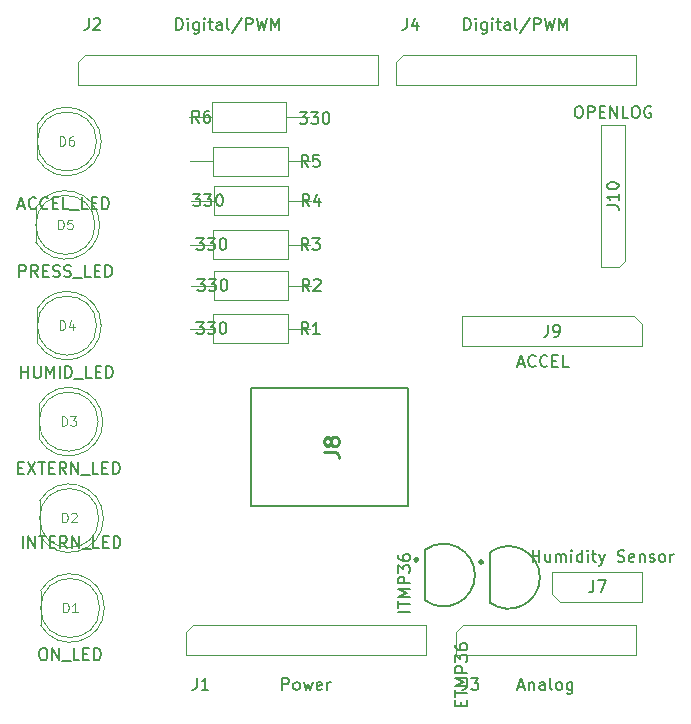
<source format=gbr>
%TF.GenerationSoftware,KiCad,Pcbnew,8.0.8*%
%TF.CreationDate,2025-03-14T01:28:21-06:00*%
%TF.ProjectId,WeatherBalloon,57656174-6865-4724-9261-6c6c6f6f6e2e,rev?*%
%TF.SameCoordinates,Original*%
%TF.FileFunction,AssemblyDrawing,Top*%
%FSLAX46Y46*%
G04 Gerber Fmt 4.6, Leading zero omitted, Abs format (unit mm)*
G04 Created by KiCad (PCBNEW 8.0.8) date 2025-03-14 01:28:21*
%MOMM*%
%LPD*%
G01*
G04 APERTURE LIST*
%ADD10C,0.254000*%
%ADD11C,0.150000*%
%ADD12C,0.120000*%
%ADD13C,0.200000*%
%ADD14C,0.100000*%
%ADD15C,0.127000*%
%ADD16C,0.300000*%
G04 APERTURE END LIST*
D10*
X138404818Y-81603332D02*
X139311961Y-81603332D01*
X139311961Y-81603332D02*
X139493389Y-81663809D01*
X139493389Y-81663809D02*
X139614342Y-81784761D01*
X139614342Y-81784761D02*
X139674818Y-81966190D01*
X139674818Y-81966190D02*
X139674818Y-82087142D01*
X138949103Y-80817142D02*
X138888627Y-80938094D01*
X138888627Y-80938094D02*
X138828151Y-80998571D01*
X138828151Y-80998571D02*
X138707199Y-81059047D01*
X138707199Y-81059047D02*
X138646722Y-81059047D01*
X138646722Y-81059047D02*
X138525770Y-80998571D01*
X138525770Y-80998571D02*
X138465294Y-80938094D01*
X138465294Y-80938094D02*
X138404818Y-80817142D01*
X138404818Y-80817142D02*
X138404818Y-80575237D01*
X138404818Y-80575237D02*
X138465294Y-80454285D01*
X138465294Y-80454285D02*
X138525770Y-80393809D01*
X138525770Y-80393809D02*
X138646722Y-80333332D01*
X138646722Y-80333332D02*
X138707199Y-80333332D01*
X138707199Y-80333332D02*
X138828151Y-80393809D01*
X138828151Y-80393809D02*
X138888627Y-80454285D01*
X138888627Y-80454285D02*
X138949103Y-80575237D01*
X138949103Y-80575237D02*
X138949103Y-80817142D01*
X138949103Y-80817142D02*
X139009580Y-80938094D01*
X139009580Y-80938094D02*
X139070056Y-80998571D01*
X139070056Y-80998571D02*
X139191008Y-81059047D01*
X139191008Y-81059047D02*
X139432913Y-81059047D01*
X139432913Y-81059047D02*
X139553865Y-80998571D01*
X139553865Y-80998571D02*
X139614342Y-80938094D01*
X139614342Y-80938094D02*
X139674818Y-80817142D01*
X139674818Y-80817142D02*
X139674818Y-80575237D01*
X139674818Y-80575237D02*
X139614342Y-80454285D01*
X139614342Y-80454285D02*
X139553865Y-80393809D01*
X139553865Y-80393809D02*
X139432913Y-80333332D01*
X139432913Y-80333332D02*
X139191008Y-80333332D01*
X139191008Y-80333332D02*
X139070056Y-80393809D01*
X139070056Y-80393809D02*
X139009580Y-80454285D01*
X139009580Y-80454285D02*
X138949103Y-80575237D01*
D11*
X134853809Y-101724819D02*
X134853809Y-100724819D01*
X134853809Y-100724819D02*
X135234761Y-100724819D01*
X135234761Y-100724819D02*
X135329999Y-100772438D01*
X135329999Y-100772438D02*
X135377618Y-100820057D01*
X135377618Y-100820057D02*
X135425237Y-100915295D01*
X135425237Y-100915295D02*
X135425237Y-101058152D01*
X135425237Y-101058152D02*
X135377618Y-101153390D01*
X135377618Y-101153390D02*
X135329999Y-101201009D01*
X135329999Y-101201009D02*
X135234761Y-101248628D01*
X135234761Y-101248628D02*
X134853809Y-101248628D01*
X135996666Y-101724819D02*
X135901428Y-101677200D01*
X135901428Y-101677200D02*
X135853809Y-101629580D01*
X135853809Y-101629580D02*
X135806190Y-101534342D01*
X135806190Y-101534342D02*
X135806190Y-101248628D01*
X135806190Y-101248628D02*
X135853809Y-101153390D01*
X135853809Y-101153390D02*
X135901428Y-101105771D01*
X135901428Y-101105771D02*
X135996666Y-101058152D01*
X135996666Y-101058152D02*
X136139523Y-101058152D01*
X136139523Y-101058152D02*
X136234761Y-101105771D01*
X136234761Y-101105771D02*
X136282380Y-101153390D01*
X136282380Y-101153390D02*
X136329999Y-101248628D01*
X136329999Y-101248628D02*
X136329999Y-101534342D01*
X136329999Y-101534342D02*
X136282380Y-101629580D01*
X136282380Y-101629580D02*
X136234761Y-101677200D01*
X136234761Y-101677200D02*
X136139523Y-101724819D01*
X136139523Y-101724819D02*
X135996666Y-101724819D01*
X136663333Y-101058152D02*
X136853809Y-101724819D01*
X136853809Y-101724819D02*
X137044285Y-101248628D01*
X137044285Y-101248628D02*
X137234761Y-101724819D01*
X137234761Y-101724819D02*
X137425237Y-101058152D01*
X138187142Y-101677200D02*
X138091904Y-101724819D01*
X138091904Y-101724819D02*
X137901428Y-101724819D01*
X137901428Y-101724819D02*
X137806190Y-101677200D01*
X137806190Y-101677200D02*
X137758571Y-101581961D01*
X137758571Y-101581961D02*
X137758571Y-101201009D01*
X137758571Y-101201009D02*
X137806190Y-101105771D01*
X137806190Y-101105771D02*
X137901428Y-101058152D01*
X137901428Y-101058152D02*
X138091904Y-101058152D01*
X138091904Y-101058152D02*
X138187142Y-101105771D01*
X138187142Y-101105771D02*
X138234761Y-101201009D01*
X138234761Y-101201009D02*
X138234761Y-101296247D01*
X138234761Y-101296247D02*
X137758571Y-101391485D01*
X138663333Y-101724819D02*
X138663333Y-101058152D01*
X138663333Y-101248628D02*
X138710952Y-101153390D01*
X138710952Y-101153390D02*
X138758571Y-101105771D01*
X138758571Y-101105771D02*
X138853809Y-101058152D01*
X138853809Y-101058152D02*
X138949047Y-101058152D01*
X127606666Y-100724819D02*
X127606666Y-101439104D01*
X127606666Y-101439104D02*
X127559047Y-101581961D01*
X127559047Y-101581961D02*
X127463809Y-101677200D01*
X127463809Y-101677200D02*
X127320952Y-101724819D01*
X127320952Y-101724819D02*
X127225714Y-101724819D01*
X128606666Y-101724819D02*
X128035238Y-101724819D01*
X128320952Y-101724819D02*
X128320952Y-100724819D01*
X128320952Y-100724819D02*
X128225714Y-100867676D01*
X128225714Y-100867676D02*
X128130476Y-100962914D01*
X128130476Y-100962914D02*
X128035238Y-101010533D01*
X154840476Y-101439104D02*
X155316666Y-101439104D01*
X154745238Y-101724819D02*
X155078571Y-100724819D01*
X155078571Y-100724819D02*
X155411904Y-101724819D01*
X155745238Y-101058152D02*
X155745238Y-101724819D01*
X155745238Y-101153390D02*
X155792857Y-101105771D01*
X155792857Y-101105771D02*
X155888095Y-101058152D01*
X155888095Y-101058152D02*
X156030952Y-101058152D01*
X156030952Y-101058152D02*
X156126190Y-101105771D01*
X156126190Y-101105771D02*
X156173809Y-101201009D01*
X156173809Y-101201009D02*
X156173809Y-101724819D01*
X157078571Y-101724819D02*
X157078571Y-101201009D01*
X157078571Y-101201009D02*
X157030952Y-101105771D01*
X157030952Y-101105771D02*
X156935714Y-101058152D01*
X156935714Y-101058152D02*
X156745238Y-101058152D01*
X156745238Y-101058152D02*
X156650000Y-101105771D01*
X157078571Y-101677200D02*
X156983333Y-101724819D01*
X156983333Y-101724819D02*
X156745238Y-101724819D01*
X156745238Y-101724819D02*
X156650000Y-101677200D01*
X156650000Y-101677200D02*
X156602381Y-101581961D01*
X156602381Y-101581961D02*
X156602381Y-101486723D01*
X156602381Y-101486723D02*
X156650000Y-101391485D01*
X156650000Y-101391485D02*
X156745238Y-101343866D01*
X156745238Y-101343866D02*
X156983333Y-101343866D01*
X156983333Y-101343866D02*
X157078571Y-101296247D01*
X157697619Y-101724819D02*
X157602381Y-101677200D01*
X157602381Y-101677200D02*
X157554762Y-101581961D01*
X157554762Y-101581961D02*
X157554762Y-100724819D01*
X158221429Y-101724819D02*
X158126191Y-101677200D01*
X158126191Y-101677200D02*
X158078572Y-101629580D01*
X158078572Y-101629580D02*
X158030953Y-101534342D01*
X158030953Y-101534342D02*
X158030953Y-101248628D01*
X158030953Y-101248628D02*
X158078572Y-101153390D01*
X158078572Y-101153390D02*
X158126191Y-101105771D01*
X158126191Y-101105771D02*
X158221429Y-101058152D01*
X158221429Y-101058152D02*
X158364286Y-101058152D01*
X158364286Y-101058152D02*
X158459524Y-101105771D01*
X158459524Y-101105771D02*
X158507143Y-101153390D01*
X158507143Y-101153390D02*
X158554762Y-101248628D01*
X158554762Y-101248628D02*
X158554762Y-101534342D01*
X158554762Y-101534342D02*
X158507143Y-101629580D01*
X158507143Y-101629580D02*
X158459524Y-101677200D01*
X158459524Y-101677200D02*
X158364286Y-101724819D01*
X158364286Y-101724819D02*
X158221429Y-101724819D01*
X159411905Y-101058152D02*
X159411905Y-101867676D01*
X159411905Y-101867676D02*
X159364286Y-101962914D01*
X159364286Y-101962914D02*
X159316667Y-102010533D01*
X159316667Y-102010533D02*
X159221429Y-102058152D01*
X159221429Y-102058152D02*
X159078572Y-102058152D01*
X159078572Y-102058152D02*
X158983334Y-102010533D01*
X159411905Y-101677200D02*
X159316667Y-101724819D01*
X159316667Y-101724819D02*
X159126191Y-101724819D01*
X159126191Y-101724819D02*
X159030953Y-101677200D01*
X159030953Y-101677200D02*
X158983334Y-101629580D01*
X158983334Y-101629580D02*
X158935715Y-101534342D01*
X158935715Y-101534342D02*
X158935715Y-101248628D01*
X158935715Y-101248628D02*
X158983334Y-101153390D01*
X158983334Y-101153390D02*
X159030953Y-101105771D01*
X159030953Y-101105771D02*
X159126191Y-101058152D01*
X159126191Y-101058152D02*
X159316667Y-101058152D01*
X159316667Y-101058152D02*
X159411905Y-101105771D01*
X150466666Y-100724819D02*
X150466666Y-101439104D01*
X150466666Y-101439104D02*
X150419047Y-101581961D01*
X150419047Y-101581961D02*
X150323809Y-101677200D01*
X150323809Y-101677200D02*
X150180952Y-101724819D01*
X150180952Y-101724819D02*
X150085714Y-101724819D01*
X150847619Y-100724819D02*
X151466666Y-100724819D01*
X151466666Y-100724819D02*
X151133333Y-101105771D01*
X151133333Y-101105771D02*
X151276190Y-101105771D01*
X151276190Y-101105771D02*
X151371428Y-101153390D01*
X151371428Y-101153390D02*
X151419047Y-101201009D01*
X151419047Y-101201009D02*
X151466666Y-101296247D01*
X151466666Y-101296247D02*
X151466666Y-101534342D01*
X151466666Y-101534342D02*
X151419047Y-101629580D01*
X151419047Y-101629580D02*
X151371428Y-101677200D01*
X151371428Y-101677200D02*
X151276190Y-101724819D01*
X151276190Y-101724819D02*
X150990476Y-101724819D01*
X150990476Y-101724819D02*
X150895238Y-101677200D01*
X150895238Y-101677200D02*
X150847619Y-101629580D01*
X125868857Y-45844819D02*
X125868857Y-44844819D01*
X125868857Y-44844819D02*
X126106952Y-44844819D01*
X126106952Y-44844819D02*
X126249809Y-44892438D01*
X126249809Y-44892438D02*
X126345047Y-44987676D01*
X126345047Y-44987676D02*
X126392666Y-45082914D01*
X126392666Y-45082914D02*
X126440285Y-45273390D01*
X126440285Y-45273390D02*
X126440285Y-45416247D01*
X126440285Y-45416247D02*
X126392666Y-45606723D01*
X126392666Y-45606723D02*
X126345047Y-45701961D01*
X126345047Y-45701961D02*
X126249809Y-45797200D01*
X126249809Y-45797200D02*
X126106952Y-45844819D01*
X126106952Y-45844819D02*
X125868857Y-45844819D01*
X126868857Y-45844819D02*
X126868857Y-45178152D01*
X126868857Y-44844819D02*
X126821238Y-44892438D01*
X126821238Y-44892438D02*
X126868857Y-44940057D01*
X126868857Y-44940057D02*
X126916476Y-44892438D01*
X126916476Y-44892438D02*
X126868857Y-44844819D01*
X126868857Y-44844819D02*
X126868857Y-44940057D01*
X127773618Y-45178152D02*
X127773618Y-45987676D01*
X127773618Y-45987676D02*
X127725999Y-46082914D01*
X127725999Y-46082914D02*
X127678380Y-46130533D01*
X127678380Y-46130533D02*
X127583142Y-46178152D01*
X127583142Y-46178152D02*
X127440285Y-46178152D01*
X127440285Y-46178152D02*
X127345047Y-46130533D01*
X127773618Y-45797200D02*
X127678380Y-45844819D01*
X127678380Y-45844819D02*
X127487904Y-45844819D01*
X127487904Y-45844819D02*
X127392666Y-45797200D01*
X127392666Y-45797200D02*
X127345047Y-45749580D01*
X127345047Y-45749580D02*
X127297428Y-45654342D01*
X127297428Y-45654342D02*
X127297428Y-45368628D01*
X127297428Y-45368628D02*
X127345047Y-45273390D01*
X127345047Y-45273390D02*
X127392666Y-45225771D01*
X127392666Y-45225771D02*
X127487904Y-45178152D01*
X127487904Y-45178152D02*
X127678380Y-45178152D01*
X127678380Y-45178152D02*
X127773618Y-45225771D01*
X128249809Y-45844819D02*
X128249809Y-45178152D01*
X128249809Y-44844819D02*
X128202190Y-44892438D01*
X128202190Y-44892438D02*
X128249809Y-44940057D01*
X128249809Y-44940057D02*
X128297428Y-44892438D01*
X128297428Y-44892438D02*
X128249809Y-44844819D01*
X128249809Y-44844819D02*
X128249809Y-44940057D01*
X128583142Y-45178152D02*
X128964094Y-45178152D01*
X128725999Y-44844819D02*
X128725999Y-45701961D01*
X128725999Y-45701961D02*
X128773618Y-45797200D01*
X128773618Y-45797200D02*
X128868856Y-45844819D01*
X128868856Y-45844819D02*
X128964094Y-45844819D01*
X129725999Y-45844819D02*
X129725999Y-45321009D01*
X129725999Y-45321009D02*
X129678380Y-45225771D01*
X129678380Y-45225771D02*
X129583142Y-45178152D01*
X129583142Y-45178152D02*
X129392666Y-45178152D01*
X129392666Y-45178152D02*
X129297428Y-45225771D01*
X129725999Y-45797200D02*
X129630761Y-45844819D01*
X129630761Y-45844819D02*
X129392666Y-45844819D01*
X129392666Y-45844819D02*
X129297428Y-45797200D01*
X129297428Y-45797200D02*
X129249809Y-45701961D01*
X129249809Y-45701961D02*
X129249809Y-45606723D01*
X129249809Y-45606723D02*
X129297428Y-45511485D01*
X129297428Y-45511485D02*
X129392666Y-45463866D01*
X129392666Y-45463866D02*
X129630761Y-45463866D01*
X129630761Y-45463866D02*
X129725999Y-45416247D01*
X130345047Y-45844819D02*
X130249809Y-45797200D01*
X130249809Y-45797200D02*
X130202190Y-45701961D01*
X130202190Y-45701961D02*
X130202190Y-44844819D01*
X131440285Y-44797200D02*
X130583143Y-46082914D01*
X131773619Y-45844819D02*
X131773619Y-44844819D01*
X131773619Y-44844819D02*
X132154571Y-44844819D01*
X132154571Y-44844819D02*
X132249809Y-44892438D01*
X132249809Y-44892438D02*
X132297428Y-44940057D01*
X132297428Y-44940057D02*
X132345047Y-45035295D01*
X132345047Y-45035295D02*
X132345047Y-45178152D01*
X132345047Y-45178152D02*
X132297428Y-45273390D01*
X132297428Y-45273390D02*
X132249809Y-45321009D01*
X132249809Y-45321009D02*
X132154571Y-45368628D01*
X132154571Y-45368628D02*
X131773619Y-45368628D01*
X132678381Y-44844819D02*
X132916476Y-45844819D01*
X132916476Y-45844819D02*
X133106952Y-45130533D01*
X133106952Y-45130533D02*
X133297428Y-45844819D01*
X133297428Y-45844819D02*
X133535524Y-44844819D01*
X133916476Y-45844819D02*
X133916476Y-44844819D01*
X133916476Y-44844819D02*
X134249809Y-45559104D01*
X134249809Y-45559104D02*
X134583142Y-44844819D01*
X134583142Y-44844819D02*
X134583142Y-45844819D01*
X118462666Y-44844819D02*
X118462666Y-45559104D01*
X118462666Y-45559104D02*
X118415047Y-45701961D01*
X118415047Y-45701961D02*
X118319809Y-45797200D01*
X118319809Y-45797200D02*
X118176952Y-45844819D01*
X118176952Y-45844819D02*
X118081714Y-45844819D01*
X118891238Y-44940057D02*
X118938857Y-44892438D01*
X118938857Y-44892438D02*
X119034095Y-44844819D01*
X119034095Y-44844819D02*
X119272190Y-44844819D01*
X119272190Y-44844819D02*
X119367428Y-44892438D01*
X119367428Y-44892438D02*
X119415047Y-44940057D01*
X119415047Y-44940057D02*
X119462666Y-45035295D01*
X119462666Y-45035295D02*
X119462666Y-45130533D01*
X119462666Y-45130533D02*
X119415047Y-45273390D01*
X119415047Y-45273390D02*
X118843619Y-45844819D01*
X118843619Y-45844819D02*
X119462666Y-45844819D01*
X150252857Y-45844819D02*
X150252857Y-44844819D01*
X150252857Y-44844819D02*
X150490952Y-44844819D01*
X150490952Y-44844819D02*
X150633809Y-44892438D01*
X150633809Y-44892438D02*
X150729047Y-44987676D01*
X150729047Y-44987676D02*
X150776666Y-45082914D01*
X150776666Y-45082914D02*
X150824285Y-45273390D01*
X150824285Y-45273390D02*
X150824285Y-45416247D01*
X150824285Y-45416247D02*
X150776666Y-45606723D01*
X150776666Y-45606723D02*
X150729047Y-45701961D01*
X150729047Y-45701961D02*
X150633809Y-45797200D01*
X150633809Y-45797200D02*
X150490952Y-45844819D01*
X150490952Y-45844819D02*
X150252857Y-45844819D01*
X151252857Y-45844819D02*
X151252857Y-45178152D01*
X151252857Y-44844819D02*
X151205238Y-44892438D01*
X151205238Y-44892438D02*
X151252857Y-44940057D01*
X151252857Y-44940057D02*
X151300476Y-44892438D01*
X151300476Y-44892438D02*
X151252857Y-44844819D01*
X151252857Y-44844819D02*
X151252857Y-44940057D01*
X152157618Y-45178152D02*
X152157618Y-45987676D01*
X152157618Y-45987676D02*
X152109999Y-46082914D01*
X152109999Y-46082914D02*
X152062380Y-46130533D01*
X152062380Y-46130533D02*
X151967142Y-46178152D01*
X151967142Y-46178152D02*
X151824285Y-46178152D01*
X151824285Y-46178152D02*
X151729047Y-46130533D01*
X152157618Y-45797200D02*
X152062380Y-45844819D01*
X152062380Y-45844819D02*
X151871904Y-45844819D01*
X151871904Y-45844819D02*
X151776666Y-45797200D01*
X151776666Y-45797200D02*
X151729047Y-45749580D01*
X151729047Y-45749580D02*
X151681428Y-45654342D01*
X151681428Y-45654342D02*
X151681428Y-45368628D01*
X151681428Y-45368628D02*
X151729047Y-45273390D01*
X151729047Y-45273390D02*
X151776666Y-45225771D01*
X151776666Y-45225771D02*
X151871904Y-45178152D01*
X151871904Y-45178152D02*
X152062380Y-45178152D01*
X152062380Y-45178152D02*
X152157618Y-45225771D01*
X152633809Y-45844819D02*
X152633809Y-45178152D01*
X152633809Y-44844819D02*
X152586190Y-44892438D01*
X152586190Y-44892438D02*
X152633809Y-44940057D01*
X152633809Y-44940057D02*
X152681428Y-44892438D01*
X152681428Y-44892438D02*
X152633809Y-44844819D01*
X152633809Y-44844819D02*
X152633809Y-44940057D01*
X152967142Y-45178152D02*
X153348094Y-45178152D01*
X153109999Y-44844819D02*
X153109999Y-45701961D01*
X153109999Y-45701961D02*
X153157618Y-45797200D01*
X153157618Y-45797200D02*
X153252856Y-45844819D01*
X153252856Y-45844819D02*
X153348094Y-45844819D01*
X154109999Y-45844819D02*
X154109999Y-45321009D01*
X154109999Y-45321009D02*
X154062380Y-45225771D01*
X154062380Y-45225771D02*
X153967142Y-45178152D01*
X153967142Y-45178152D02*
X153776666Y-45178152D01*
X153776666Y-45178152D02*
X153681428Y-45225771D01*
X154109999Y-45797200D02*
X154014761Y-45844819D01*
X154014761Y-45844819D02*
X153776666Y-45844819D01*
X153776666Y-45844819D02*
X153681428Y-45797200D01*
X153681428Y-45797200D02*
X153633809Y-45701961D01*
X153633809Y-45701961D02*
X153633809Y-45606723D01*
X153633809Y-45606723D02*
X153681428Y-45511485D01*
X153681428Y-45511485D02*
X153776666Y-45463866D01*
X153776666Y-45463866D02*
X154014761Y-45463866D01*
X154014761Y-45463866D02*
X154109999Y-45416247D01*
X154729047Y-45844819D02*
X154633809Y-45797200D01*
X154633809Y-45797200D02*
X154586190Y-45701961D01*
X154586190Y-45701961D02*
X154586190Y-44844819D01*
X155824285Y-44797200D02*
X154967143Y-46082914D01*
X156157619Y-45844819D02*
X156157619Y-44844819D01*
X156157619Y-44844819D02*
X156538571Y-44844819D01*
X156538571Y-44844819D02*
X156633809Y-44892438D01*
X156633809Y-44892438D02*
X156681428Y-44940057D01*
X156681428Y-44940057D02*
X156729047Y-45035295D01*
X156729047Y-45035295D02*
X156729047Y-45178152D01*
X156729047Y-45178152D02*
X156681428Y-45273390D01*
X156681428Y-45273390D02*
X156633809Y-45321009D01*
X156633809Y-45321009D02*
X156538571Y-45368628D01*
X156538571Y-45368628D02*
X156157619Y-45368628D01*
X157062381Y-44844819D02*
X157300476Y-45844819D01*
X157300476Y-45844819D02*
X157490952Y-45130533D01*
X157490952Y-45130533D02*
X157681428Y-45844819D01*
X157681428Y-45844819D02*
X157919524Y-44844819D01*
X158300476Y-45844819D02*
X158300476Y-44844819D01*
X158300476Y-44844819D02*
X158633809Y-45559104D01*
X158633809Y-45559104D02*
X158967142Y-44844819D01*
X158967142Y-44844819D02*
X158967142Y-45844819D01*
X145386666Y-44844819D02*
X145386666Y-45559104D01*
X145386666Y-45559104D02*
X145339047Y-45701961D01*
X145339047Y-45701961D02*
X145243809Y-45797200D01*
X145243809Y-45797200D02*
X145100952Y-45844819D01*
X145100952Y-45844819D02*
X145005714Y-45844819D01*
X146291428Y-45178152D02*
X146291428Y-45844819D01*
X146053333Y-44797200D02*
X145815238Y-45511485D01*
X145815238Y-45511485D02*
X146434285Y-45511485D01*
X154824762Y-74089104D02*
X155300952Y-74089104D01*
X154729524Y-74374819D02*
X155062857Y-73374819D01*
X155062857Y-73374819D02*
X155396190Y-74374819D01*
X156300952Y-74279580D02*
X156253333Y-74327200D01*
X156253333Y-74327200D02*
X156110476Y-74374819D01*
X156110476Y-74374819D02*
X156015238Y-74374819D01*
X156015238Y-74374819D02*
X155872381Y-74327200D01*
X155872381Y-74327200D02*
X155777143Y-74231961D01*
X155777143Y-74231961D02*
X155729524Y-74136723D01*
X155729524Y-74136723D02*
X155681905Y-73946247D01*
X155681905Y-73946247D02*
X155681905Y-73803390D01*
X155681905Y-73803390D02*
X155729524Y-73612914D01*
X155729524Y-73612914D02*
X155777143Y-73517676D01*
X155777143Y-73517676D02*
X155872381Y-73422438D01*
X155872381Y-73422438D02*
X156015238Y-73374819D01*
X156015238Y-73374819D02*
X156110476Y-73374819D01*
X156110476Y-73374819D02*
X156253333Y-73422438D01*
X156253333Y-73422438D02*
X156300952Y-73470057D01*
X157300952Y-74279580D02*
X157253333Y-74327200D01*
X157253333Y-74327200D02*
X157110476Y-74374819D01*
X157110476Y-74374819D02*
X157015238Y-74374819D01*
X157015238Y-74374819D02*
X156872381Y-74327200D01*
X156872381Y-74327200D02*
X156777143Y-74231961D01*
X156777143Y-74231961D02*
X156729524Y-74136723D01*
X156729524Y-74136723D02*
X156681905Y-73946247D01*
X156681905Y-73946247D02*
X156681905Y-73803390D01*
X156681905Y-73803390D02*
X156729524Y-73612914D01*
X156729524Y-73612914D02*
X156777143Y-73517676D01*
X156777143Y-73517676D02*
X156872381Y-73422438D01*
X156872381Y-73422438D02*
X157015238Y-73374819D01*
X157015238Y-73374819D02*
X157110476Y-73374819D01*
X157110476Y-73374819D02*
X157253333Y-73422438D01*
X157253333Y-73422438D02*
X157300952Y-73470057D01*
X157729524Y-73851009D02*
X158062857Y-73851009D01*
X158205714Y-74374819D02*
X157729524Y-74374819D01*
X157729524Y-74374819D02*
X157729524Y-73374819D01*
X157729524Y-73374819D02*
X158205714Y-73374819D01*
X159110476Y-74374819D02*
X158634286Y-74374819D01*
X158634286Y-74374819D02*
X158634286Y-73374819D01*
X157356666Y-70814819D02*
X157356666Y-71529104D01*
X157356666Y-71529104D02*
X157309047Y-71671961D01*
X157309047Y-71671961D02*
X157213809Y-71767200D01*
X157213809Y-71767200D02*
X157070952Y-71814819D01*
X157070952Y-71814819D02*
X156975714Y-71814819D01*
X157880476Y-71814819D02*
X158070952Y-71814819D01*
X158070952Y-71814819D02*
X158166190Y-71767200D01*
X158166190Y-71767200D02*
X158213809Y-71719580D01*
X158213809Y-71719580D02*
X158309047Y-71576723D01*
X158309047Y-71576723D02*
X158356666Y-71386247D01*
X158356666Y-71386247D02*
X158356666Y-71005295D01*
X158356666Y-71005295D02*
X158309047Y-70910057D01*
X158309047Y-70910057D02*
X158261428Y-70862438D01*
X158261428Y-70862438D02*
X158166190Y-70814819D01*
X158166190Y-70814819D02*
X157975714Y-70814819D01*
X157975714Y-70814819D02*
X157880476Y-70862438D01*
X157880476Y-70862438D02*
X157832857Y-70910057D01*
X157832857Y-70910057D02*
X157785238Y-71005295D01*
X157785238Y-71005295D02*
X157785238Y-71243390D01*
X157785238Y-71243390D02*
X157832857Y-71338628D01*
X157832857Y-71338628D02*
X157880476Y-71386247D01*
X157880476Y-71386247D02*
X157975714Y-71433866D01*
X157975714Y-71433866D02*
X158166190Y-71433866D01*
X158166190Y-71433866D02*
X158261428Y-71386247D01*
X158261428Y-71386247D02*
X158309047Y-71338628D01*
X158309047Y-71338628D02*
X158356666Y-71243390D01*
X159870000Y-52294819D02*
X160060476Y-52294819D01*
X160060476Y-52294819D02*
X160155714Y-52342438D01*
X160155714Y-52342438D02*
X160250952Y-52437676D01*
X160250952Y-52437676D02*
X160298571Y-52628152D01*
X160298571Y-52628152D02*
X160298571Y-52961485D01*
X160298571Y-52961485D02*
X160250952Y-53151961D01*
X160250952Y-53151961D02*
X160155714Y-53247200D01*
X160155714Y-53247200D02*
X160060476Y-53294819D01*
X160060476Y-53294819D02*
X159870000Y-53294819D01*
X159870000Y-53294819D02*
X159774762Y-53247200D01*
X159774762Y-53247200D02*
X159679524Y-53151961D01*
X159679524Y-53151961D02*
X159631905Y-52961485D01*
X159631905Y-52961485D02*
X159631905Y-52628152D01*
X159631905Y-52628152D02*
X159679524Y-52437676D01*
X159679524Y-52437676D02*
X159774762Y-52342438D01*
X159774762Y-52342438D02*
X159870000Y-52294819D01*
X160727143Y-53294819D02*
X160727143Y-52294819D01*
X160727143Y-52294819D02*
X161108095Y-52294819D01*
X161108095Y-52294819D02*
X161203333Y-52342438D01*
X161203333Y-52342438D02*
X161250952Y-52390057D01*
X161250952Y-52390057D02*
X161298571Y-52485295D01*
X161298571Y-52485295D02*
X161298571Y-52628152D01*
X161298571Y-52628152D02*
X161250952Y-52723390D01*
X161250952Y-52723390D02*
X161203333Y-52771009D01*
X161203333Y-52771009D02*
X161108095Y-52818628D01*
X161108095Y-52818628D02*
X160727143Y-52818628D01*
X161727143Y-52771009D02*
X162060476Y-52771009D01*
X162203333Y-53294819D02*
X161727143Y-53294819D01*
X161727143Y-53294819D02*
X161727143Y-52294819D01*
X161727143Y-52294819D02*
X162203333Y-52294819D01*
X162631905Y-53294819D02*
X162631905Y-52294819D01*
X162631905Y-52294819D02*
X163203333Y-53294819D01*
X163203333Y-53294819D02*
X163203333Y-52294819D01*
X164155714Y-53294819D02*
X163679524Y-53294819D01*
X163679524Y-53294819D02*
X163679524Y-52294819D01*
X164679524Y-52294819D02*
X164870000Y-52294819D01*
X164870000Y-52294819D02*
X164965238Y-52342438D01*
X164965238Y-52342438D02*
X165060476Y-52437676D01*
X165060476Y-52437676D02*
X165108095Y-52628152D01*
X165108095Y-52628152D02*
X165108095Y-52961485D01*
X165108095Y-52961485D02*
X165060476Y-53151961D01*
X165060476Y-53151961D02*
X164965238Y-53247200D01*
X164965238Y-53247200D02*
X164870000Y-53294819D01*
X164870000Y-53294819D02*
X164679524Y-53294819D01*
X164679524Y-53294819D02*
X164584286Y-53247200D01*
X164584286Y-53247200D02*
X164489048Y-53151961D01*
X164489048Y-53151961D02*
X164441429Y-52961485D01*
X164441429Y-52961485D02*
X164441429Y-52628152D01*
X164441429Y-52628152D02*
X164489048Y-52437676D01*
X164489048Y-52437676D02*
X164584286Y-52342438D01*
X164584286Y-52342438D02*
X164679524Y-52294819D01*
X166060476Y-52342438D02*
X165965238Y-52294819D01*
X165965238Y-52294819D02*
X165822381Y-52294819D01*
X165822381Y-52294819D02*
X165679524Y-52342438D01*
X165679524Y-52342438D02*
X165584286Y-52437676D01*
X165584286Y-52437676D02*
X165536667Y-52532914D01*
X165536667Y-52532914D02*
X165489048Y-52723390D01*
X165489048Y-52723390D02*
X165489048Y-52866247D01*
X165489048Y-52866247D02*
X165536667Y-53056723D01*
X165536667Y-53056723D02*
X165584286Y-53151961D01*
X165584286Y-53151961D02*
X165679524Y-53247200D01*
X165679524Y-53247200D02*
X165822381Y-53294819D01*
X165822381Y-53294819D02*
X165917619Y-53294819D01*
X165917619Y-53294819D02*
X166060476Y-53247200D01*
X166060476Y-53247200D02*
X166108095Y-53199580D01*
X166108095Y-53199580D02*
X166108095Y-52866247D01*
X166108095Y-52866247D02*
X165917619Y-52866247D01*
X162324819Y-60709523D02*
X163039104Y-60709523D01*
X163039104Y-60709523D02*
X163181961Y-60757142D01*
X163181961Y-60757142D02*
X163277200Y-60852380D01*
X163277200Y-60852380D02*
X163324819Y-60995237D01*
X163324819Y-60995237D02*
X163324819Y-61090475D01*
X163324819Y-59709523D02*
X163324819Y-60280951D01*
X163324819Y-59995237D02*
X162324819Y-59995237D01*
X162324819Y-59995237D02*
X162467676Y-60090475D01*
X162467676Y-60090475D02*
X162562914Y-60185713D01*
X162562914Y-60185713D02*
X162610533Y-60280951D01*
X162324819Y-59090475D02*
X162324819Y-58995237D01*
X162324819Y-58995237D02*
X162372438Y-58899999D01*
X162372438Y-58899999D02*
X162420057Y-58852380D01*
X162420057Y-58852380D02*
X162515295Y-58804761D01*
X162515295Y-58804761D02*
X162705771Y-58757142D01*
X162705771Y-58757142D02*
X162943866Y-58757142D01*
X162943866Y-58757142D02*
X163134342Y-58804761D01*
X163134342Y-58804761D02*
X163229580Y-58852380D01*
X163229580Y-58852380D02*
X163277200Y-58899999D01*
X163277200Y-58899999D02*
X163324819Y-58995237D01*
X163324819Y-58995237D02*
X163324819Y-59090475D01*
X163324819Y-59090475D02*
X163277200Y-59185713D01*
X163277200Y-59185713D02*
X163229580Y-59233332D01*
X163229580Y-59233332D02*
X163134342Y-59280951D01*
X163134342Y-59280951D02*
X162943866Y-59328570D01*
X162943866Y-59328570D02*
X162705771Y-59328570D01*
X162705771Y-59328570D02*
X162515295Y-59280951D01*
X162515295Y-59280951D02*
X162420057Y-59233332D01*
X162420057Y-59233332D02*
X162372438Y-59185713D01*
X162372438Y-59185713D02*
X162324819Y-59090475D01*
X112521666Y-60729104D02*
X112997856Y-60729104D01*
X112426428Y-61014819D02*
X112759761Y-60014819D01*
X112759761Y-60014819D02*
X113093094Y-61014819D01*
X113997856Y-60919580D02*
X113950237Y-60967200D01*
X113950237Y-60967200D02*
X113807380Y-61014819D01*
X113807380Y-61014819D02*
X113712142Y-61014819D01*
X113712142Y-61014819D02*
X113569285Y-60967200D01*
X113569285Y-60967200D02*
X113474047Y-60871961D01*
X113474047Y-60871961D02*
X113426428Y-60776723D01*
X113426428Y-60776723D02*
X113378809Y-60586247D01*
X113378809Y-60586247D02*
X113378809Y-60443390D01*
X113378809Y-60443390D02*
X113426428Y-60252914D01*
X113426428Y-60252914D02*
X113474047Y-60157676D01*
X113474047Y-60157676D02*
X113569285Y-60062438D01*
X113569285Y-60062438D02*
X113712142Y-60014819D01*
X113712142Y-60014819D02*
X113807380Y-60014819D01*
X113807380Y-60014819D02*
X113950237Y-60062438D01*
X113950237Y-60062438D02*
X113997856Y-60110057D01*
X114997856Y-60919580D02*
X114950237Y-60967200D01*
X114950237Y-60967200D02*
X114807380Y-61014819D01*
X114807380Y-61014819D02*
X114712142Y-61014819D01*
X114712142Y-61014819D02*
X114569285Y-60967200D01*
X114569285Y-60967200D02*
X114474047Y-60871961D01*
X114474047Y-60871961D02*
X114426428Y-60776723D01*
X114426428Y-60776723D02*
X114378809Y-60586247D01*
X114378809Y-60586247D02*
X114378809Y-60443390D01*
X114378809Y-60443390D02*
X114426428Y-60252914D01*
X114426428Y-60252914D02*
X114474047Y-60157676D01*
X114474047Y-60157676D02*
X114569285Y-60062438D01*
X114569285Y-60062438D02*
X114712142Y-60014819D01*
X114712142Y-60014819D02*
X114807380Y-60014819D01*
X114807380Y-60014819D02*
X114950237Y-60062438D01*
X114950237Y-60062438D02*
X114997856Y-60110057D01*
X115426428Y-60491009D02*
X115759761Y-60491009D01*
X115902618Y-61014819D02*
X115426428Y-61014819D01*
X115426428Y-61014819D02*
X115426428Y-60014819D01*
X115426428Y-60014819D02*
X115902618Y-60014819D01*
X116807380Y-61014819D02*
X116331190Y-61014819D01*
X116331190Y-61014819D02*
X116331190Y-60014819D01*
X116902619Y-61110057D02*
X117664523Y-61110057D01*
X118378809Y-61014819D02*
X117902619Y-61014819D01*
X117902619Y-61014819D02*
X117902619Y-60014819D01*
X118712143Y-60491009D02*
X119045476Y-60491009D01*
X119188333Y-61014819D02*
X118712143Y-61014819D01*
X118712143Y-61014819D02*
X118712143Y-60014819D01*
X118712143Y-60014819D02*
X119188333Y-60014819D01*
X119616905Y-61014819D02*
X119616905Y-60014819D01*
X119616905Y-60014819D02*
X119855000Y-60014819D01*
X119855000Y-60014819D02*
X119997857Y-60062438D01*
X119997857Y-60062438D02*
X120093095Y-60157676D01*
X120093095Y-60157676D02*
X120140714Y-60252914D01*
X120140714Y-60252914D02*
X120188333Y-60443390D01*
X120188333Y-60443390D02*
X120188333Y-60586247D01*
X120188333Y-60586247D02*
X120140714Y-60776723D01*
X120140714Y-60776723D02*
X120093095Y-60871961D01*
X120093095Y-60871961D02*
X119997857Y-60967200D01*
X119997857Y-60967200D02*
X119855000Y-61014819D01*
X119855000Y-61014819D02*
X119616905Y-61014819D01*
D12*
X116034524Y-55653855D02*
X116034524Y-54853855D01*
X116034524Y-54853855D02*
X116225000Y-54853855D01*
X116225000Y-54853855D02*
X116339286Y-54891950D01*
X116339286Y-54891950D02*
X116415476Y-54968140D01*
X116415476Y-54968140D02*
X116453571Y-55044331D01*
X116453571Y-55044331D02*
X116491667Y-55196712D01*
X116491667Y-55196712D02*
X116491667Y-55310998D01*
X116491667Y-55310998D02*
X116453571Y-55463379D01*
X116453571Y-55463379D02*
X116415476Y-55539569D01*
X116415476Y-55539569D02*
X116339286Y-55615760D01*
X116339286Y-55615760D02*
X116225000Y-55653855D01*
X116225000Y-55653855D02*
X116034524Y-55653855D01*
X117177381Y-54853855D02*
X117025000Y-54853855D01*
X117025000Y-54853855D02*
X116948809Y-54891950D01*
X116948809Y-54891950D02*
X116910714Y-54930045D01*
X116910714Y-54930045D02*
X116834524Y-55044331D01*
X116834524Y-55044331D02*
X116796428Y-55196712D01*
X116796428Y-55196712D02*
X116796428Y-55501474D01*
X116796428Y-55501474D02*
X116834524Y-55577664D01*
X116834524Y-55577664D02*
X116872619Y-55615760D01*
X116872619Y-55615760D02*
X116948809Y-55653855D01*
X116948809Y-55653855D02*
X117101190Y-55653855D01*
X117101190Y-55653855D02*
X117177381Y-55615760D01*
X117177381Y-55615760D02*
X117215476Y-55577664D01*
X117215476Y-55577664D02*
X117253571Y-55501474D01*
X117253571Y-55501474D02*
X117253571Y-55310998D01*
X117253571Y-55310998D02*
X117215476Y-55234807D01*
X117215476Y-55234807D02*
X117177381Y-55196712D01*
X117177381Y-55196712D02*
X117101190Y-55158617D01*
X117101190Y-55158617D02*
X116948809Y-55158617D01*
X116948809Y-55158617D02*
X116872619Y-55196712D01*
X116872619Y-55196712D02*
X116834524Y-55234807D01*
X116834524Y-55234807D02*
X116796428Y-55310998D01*
D11*
X127594286Y-70594819D02*
X128213333Y-70594819D01*
X128213333Y-70594819D02*
X127880000Y-70975771D01*
X127880000Y-70975771D02*
X128022857Y-70975771D01*
X128022857Y-70975771D02*
X128118095Y-71023390D01*
X128118095Y-71023390D02*
X128165714Y-71071009D01*
X128165714Y-71071009D02*
X128213333Y-71166247D01*
X128213333Y-71166247D02*
X128213333Y-71404342D01*
X128213333Y-71404342D02*
X128165714Y-71499580D01*
X128165714Y-71499580D02*
X128118095Y-71547200D01*
X128118095Y-71547200D02*
X128022857Y-71594819D01*
X128022857Y-71594819D02*
X127737143Y-71594819D01*
X127737143Y-71594819D02*
X127641905Y-71547200D01*
X127641905Y-71547200D02*
X127594286Y-71499580D01*
X128546667Y-70594819D02*
X129165714Y-70594819D01*
X129165714Y-70594819D02*
X128832381Y-70975771D01*
X128832381Y-70975771D02*
X128975238Y-70975771D01*
X128975238Y-70975771D02*
X129070476Y-71023390D01*
X129070476Y-71023390D02*
X129118095Y-71071009D01*
X129118095Y-71071009D02*
X129165714Y-71166247D01*
X129165714Y-71166247D02*
X129165714Y-71404342D01*
X129165714Y-71404342D02*
X129118095Y-71499580D01*
X129118095Y-71499580D02*
X129070476Y-71547200D01*
X129070476Y-71547200D02*
X128975238Y-71594819D01*
X128975238Y-71594819D02*
X128689524Y-71594819D01*
X128689524Y-71594819D02*
X128594286Y-71547200D01*
X128594286Y-71547200D02*
X128546667Y-71499580D01*
X129784762Y-70594819D02*
X129880000Y-70594819D01*
X129880000Y-70594819D02*
X129975238Y-70642438D01*
X129975238Y-70642438D02*
X130022857Y-70690057D01*
X130022857Y-70690057D02*
X130070476Y-70785295D01*
X130070476Y-70785295D02*
X130118095Y-70975771D01*
X130118095Y-70975771D02*
X130118095Y-71213866D01*
X130118095Y-71213866D02*
X130070476Y-71404342D01*
X130070476Y-71404342D02*
X130022857Y-71499580D01*
X130022857Y-71499580D02*
X129975238Y-71547200D01*
X129975238Y-71547200D02*
X129880000Y-71594819D01*
X129880000Y-71594819D02*
X129784762Y-71594819D01*
X129784762Y-71594819D02*
X129689524Y-71547200D01*
X129689524Y-71547200D02*
X129641905Y-71499580D01*
X129641905Y-71499580D02*
X129594286Y-71404342D01*
X129594286Y-71404342D02*
X129546667Y-71213866D01*
X129546667Y-71213866D02*
X129546667Y-70975771D01*
X129546667Y-70975771D02*
X129594286Y-70785295D01*
X129594286Y-70785295D02*
X129641905Y-70690057D01*
X129641905Y-70690057D02*
X129689524Y-70642438D01*
X129689524Y-70642438D02*
X129784762Y-70594819D01*
X137063333Y-71594819D02*
X136730000Y-71118628D01*
X136491905Y-71594819D02*
X136491905Y-70594819D01*
X136491905Y-70594819D02*
X136872857Y-70594819D01*
X136872857Y-70594819D02*
X136968095Y-70642438D01*
X136968095Y-70642438D02*
X137015714Y-70690057D01*
X137015714Y-70690057D02*
X137063333Y-70785295D01*
X137063333Y-70785295D02*
X137063333Y-70928152D01*
X137063333Y-70928152D02*
X137015714Y-71023390D01*
X137015714Y-71023390D02*
X136968095Y-71071009D01*
X136968095Y-71071009D02*
X136872857Y-71118628D01*
X136872857Y-71118628D02*
X136491905Y-71118628D01*
X138015714Y-71594819D02*
X137444286Y-71594819D01*
X137730000Y-71594819D02*
X137730000Y-70594819D01*
X137730000Y-70594819D02*
X137634762Y-70737676D01*
X137634762Y-70737676D02*
X137539524Y-70832914D01*
X137539524Y-70832914D02*
X137444286Y-70880533D01*
X114537857Y-98204819D02*
X114728333Y-98204819D01*
X114728333Y-98204819D02*
X114823571Y-98252438D01*
X114823571Y-98252438D02*
X114918809Y-98347676D01*
X114918809Y-98347676D02*
X114966428Y-98538152D01*
X114966428Y-98538152D02*
X114966428Y-98871485D01*
X114966428Y-98871485D02*
X114918809Y-99061961D01*
X114918809Y-99061961D02*
X114823571Y-99157200D01*
X114823571Y-99157200D02*
X114728333Y-99204819D01*
X114728333Y-99204819D02*
X114537857Y-99204819D01*
X114537857Y-99204819D02*
X114442619Y-99157200D01*
X114442619Y-99157200D02*
X114347381Y-99061961D01*
X114347381Y-99061961D02*
X114299762Y-98871485D01*
X114299762Y-98871485D02*
X114299762Y-98538152D01*
X114299762Y-98538152D02*
X114347381Y-98347676D01*
X114347381Y-98347676D02*
X114442619Y-98252438D01*
X114442619Y-98252438D02*
X114537857Y-98204819D01*
X115395000Y-99204819D02*
X115395000Y-98204819D01*
X115395000Y-98204819D02*
X115966428Y-99204819D01*
X115966428Y-99204819D02*
X115966428Y-98204819D01*
X116204524Y-99300057D02*
X116966428Y-99300057D01*
X117680714Y-99204819D02*
X117204524Y-99204819D01*
X117204524Y-99204819D02*
X117204524Y-98204819D01*
X118014048Y-98681009D02*
X118347381Y-98681009D01*
X118490238Y-99204819D02*
X118014048Y-99204819D01*
X118014048Y-99204819D02*
X118014048Y-98204819D01*
X118014048Y-98204819D02*
X118490238Y-98204819D01*
X118918810Y-99204819D02*
X118918810Y-98204819D01*
X118918810Y-98204819D02*
X119156905Y-98204819D01*
X119156905Y-98204819D02*
X119299762Y-98252438D01*
X119299762Y-98252438D02*
X119395000Y-98347676D01*
X119395000Y-98347676D02*
X119442619Y-98442914D01*
X119442619Y-98442914D02*
X119490238Y-98633390D01*
X119490238Y-98633390D02*
X119490238Y-98776247D01*
X119490238Y-98776247D02*
X119442619Y-98966723D01*
X119442619Y-98966723D02*
X119395000Y-99061961D01*
X119395000Y-99061961D02*
X119299762Y-99157200D01*
X119299762Y-99157200D02*
X119156905Y-99204819D01*
X119156905Y-99204819D02*
X118918810Y-99204819D01*
D12*
X116304524Y-95153855D02*
X116304524Y-94353855D01*
X116304524Y-94353855D02*
X116495000Y-94353855D01*
X116495000Y-94353855D02*
X116609286Y-94391950D01*
X116609286Y-94391950D02*
X116685476Y-94468140D01*
X116685476Y-94468140D02*
X116723571Y-94544331D01*
X116723571Y-94544331D02*
X116761667Y-94696712D01*
X116761667Y-94696712D02*
X116761667Y-94810998D01*
X116761667Y-94810998D02*
X116723571Y-94963379D01*
X116723571Y-94963379D02*
X116685476Y-95039569D01*
X116685476Y-95039569D02*
X116609286Y-95115760D01*
X116609286Y-95115760D02*
X116495000Y-95153855D01*
X116495000Y-95153855D02*
X116304524Y-95153855D01*
X117523571Y-95153855D02*
X117066428Y-95153855D01*
X117295000Y-95153855D02*
X117295000Y-94353855D01*
X117295000Y-94353855D02*
X117218809Y-94468140D01*
X117218809Y-94468140D02*
X117142619Y-94544331D01*
X117142619Y-94544331D02*
X117066428Y-94582426D01*
D11*
X136324286Y-52794819D02*
X136943333Y-52794819D01*
X136943333Y-52794819D02*
X136610000Y-53175771D01*
X136610000Y-53175771D02*
X136752857Y-53175771D01*
X136752857Y-53175771D02*
X136848095Y-53223390D01*
X136848095Y-53223390D02*
X136895714Y-53271009D01*
X136895714Y-53271009D02*
X136943333Y-53366247D01*
X136943333Y-53366247D02*
X136943333Y-53604342D01*
X136943333Y-53604342D02*
X136895714Y-53699580D01*
X136895714Y-53699580D02*
X136848095Y-53747200D01*
X136848095Y-53747200D02*
X136752857Y-53794819D01*
X136752857Y-53794819D02*
X136467143Y-53794819D01*
X136467143Y-53794819D02*
X136371905Y-53747200D01*
X136371905Y-53747200D02*
X136324286Y-53699580D01*
X137276667Y-52794819D02*
X137895714Y-52794819D01*
X137895714Y-52794819D02*
X137562381Y-53175771D01*
X137562381Y-53175771D02*
X137705238Y-53175771D01*
X137705238Y-53175771D02*
X137800476Y-53223390D01*
X137800476Y-53223390D02*
X137848095Y-53271009D01*
X137848095Y-53271009D02*
X137895714Y-53366247D01*
X137895714Y-53366247D02*
X137895714Y-53604342D01*
X137895714Y-53604342D02*
X137848095Y-53699580D01*
X137848095Y-53699580D02*
X137800476Y-53747200D01*
X137800476Y-53747200D02*
X137705238Y-53794819D01*
X137705238Y-53794819D02*
X137419524Y-53794819D01*
X137419524Y-53794819D02*
X137324286Y-53747200D01*
X137324286Y-53747200D02*
X137276667Y-53699580D01*
X138514762Y-52794819D02*
X138610000Y-52794819D01*
X138610000Y-52794819D02*
X138705238Y-52842438D01*
X138705238Y-52842438D02*
X138752857Y-52890057D01*
X138752857Y-52890057D02*
X138800476Y-52985295D01*
X138800476Y-52985295D02*
X138848095Y-53175771D01*
X138848095Y-53175771D02*
X138848095Y-53413866D01*
X138848095Y-53413866D02*
X138800476Y-53604342D01*
X138800476Y-53604342D02*
X138752857Y-53699580D01*
X138752857Y-53699580D02*
X138705238Y-53747200D01*
X138705238Y-53747200D02*
X138610000Y-53794819D01*
X138610000Y-53794819D02*
X138514762Y-53794819D01*
X138514762Y-53794819D02*
X138419524Y-53747200D01*
X138419524Y-53747200D02*
X138371905Y-53699580D01*
X138371905Y-53699580D02*
X138324286Y-53604342D01*
X138324286Y-53604342D02*
X138276667Y-53413866D01*
X138276667Y-53413866D02*
X138276667Y-53175771D01*
X138276667Y-53175771D02*
X138324286Y-52985295D01*
X138324286Y-52985295D02*
X138371905Y-52890057D01*
X138371905Y-52890057D02*
X138419524Y-52842438D01*
X138419524Y-52842438D02*
X138514762Y-52794819D01*
X127813333Y-53684819D02*
X127480000Y-53208628D01*
X127241905Y-53684819D02*
X127241905Y-52684819D01*
X127241905Y-52684819D02*
X127622857Y-52684819D01*
X127622857Y-52684819D02*
X127718095Y-52732438D01*
X127718095Y-52732438D02*
X127765714Y-52780057D01*
X127765714Y-52780057D02*
X127813333Y-52875295D01*
X127813333Y-52875295D02*
X127813333Y-53018152D01*
X127813333Y-53018152D02*
X127765714Y-53113390D01*
X127765714Y-53113390D02*
X127718095Y-53161009D01*
X127718095Y-53161009D02*
X127622857Y-53208628D01*
X127622857Y-53208628D02*
X127241905Y-53208628D01*
X128670476Y-52684819D02*
X128480000Y-52684819D01*
X128480000Y-52684819D02*
X128384762Y-52732438D01*
X128384762Y-52732438D02*
X128337143Y-52780057D01*
X128337143Y-52780057D02*
X128241905Y-52922914D01*
X128241905Y-52922914D02*
X128194286Y-53113390D01*
X128194286Y-53113390D02*
X128194286Y-53494342D01*
X128194286Y-53494342D02*
X128241905Y-53589580D01*
X128241905Y-53589580D02*
X128289524Y-53637200D01*
X128289524Y-53637200D02*
X128384762Y-53684819D01*
X128384762Y-53684819D02*
X128575238Y-53684819D01*
X128575238Y-53684819D02*
X128670476Y-53637200D01*
X128670476Y-53637200D02*
X128718095Y-53589580D01*
X128718095Y-53589580D02*
X128765714Y-53494342D01*
X128765714Y-53494342D02*
X128765714Y-53256247D01*
X128765714Y-53256247D02*
X128718095Y-53161009D01*
X128718095Y-53161009D02*
X128670476Y-53113390D01*
X128670476Y-53113390D02*
X128575238Y-53065771D01*
X128575238Y-53065771D02*
X128384762Y-53065771D01*
X128384762Y-53065771D02*
X128289524Y-53113390D01*
X128289524Y-53113390D02*
X128241905Y-53161009D01*
X128241905Y-53161009D02*
X128194286Y-53256247D01*
X127289286Y-59754819D02*
X127908333Y-59754819D01*
X127908333Y-59754819D02*
X127575000Y-60135771D01*
X127575000Y-60135771D02*
X127717857Y-60135771D01*
X127717857Y-60135771D02*
X127813095Y-60183390D01*
X127813095Y-60183390D02*
X127860714Y-60231009D01*
X127860714Y-60231009D02*
X127908333Y-60326247D01*
X127908333Y-60326247D02*
X127908333Y-60564342D01*
X127908333Y-60564342D02*
X127860714Y-60659580D01*
X127860714Y-60659580D02*
X127813095Y-60707200D01*
X127813095Y-60707200D02*
X127717857Y-60754819D01*
X127717857Y-60754819D02*
X127432143Y-60754819D01*
X127432143Y-60754819D02*
X127336905Y-60707200D01*
X127336905Y-60707200D02*
X127289286Y-60659580D01*
X128241667Y-59754819D02*
X128860714Y-59754819D01*
X128860714Y-59754819D02*
X128527381Y-60135771D01*
X128527381Y-60135771D02*
X128670238Y-60135771D01*
X128670238Y-60135771D02*
X128765476Y-60183390D01*
X128765476Y-60183390D02*
X128813095Y-60231009D01*
X128813095Y-60231009D02*
X128860714Y-60326247D01*
X128860714Y-60326247D02*
X128860714Y-60564342D01*
X128860714Y-60564342D02*
X128813095Y-60659580D01*
X128813095Y-60659580D02*
X128765476Y-60707200D01*
X128765476Y-60707200D02*
X128670238Y-60754819D01*
X128670238Y-60754819D02*
X128384524Y-60754819D01*
X128384524Y-60754819D02*
X128289286Y-60707200D01*
X128289286Y-60707200D02*
X128241667Y-60659580D01*
X129479762Y-59754819D02*
X129575000Y-59754819D01*
X129575000Y-59754819D02*
X129670238Y-59802438D01*
X129670238Y-59802438D02*
X129717857Y-59850057D01*
X129717857Y-59850057D02*
X129765476Y-59945295D01*
X129765476Y-59945295D02*
X129813095Y-60135771D01*
X129813095Y-60135771D02*
X129813095Y-60373866D01*
X129813095Y-60373866D02*
X129765476Y-60564342D01*
X129765476Y-60564342D02*
X129717857Y-60659580D01*
X129717857Y-60659580D02*
X129670238Y-60707200D01*
X129670238Y-60707200D02*
X129575000Y-60754819D01*
X129575000Y-60754819D02*
X129479762Y-60754819D01*
X129479762Y-60754819D02*
X129384524Y-60707200D01*
X129384524Y-60707200D02*
X129336905Y-60659580D01*
X129336905Y-60659580D02*
X129289286Y-60564342D01*
X129289286Y-60564342D02*
X129241667Y-60373866D01*
X129241667Y-60373866D02*
X129241667Y-60135771D01*
X129241667Y-60135771D02*
X129289286Y-59945295D01*
X129289286Y-59945295D02*
X129336905Y-59850057D01*
X129336905Y-59850057D02*
X129384524Y-59802438D01*
X129384524Y-59802438D02*
X129479762Y-59754819D01*
X137143333Y-60754819D02*
X136810000Y-60278628D01*
X136571905Y-60754819D02*
X136571905Y-59754819D01*
X136571905Y-59754819D02*
X136952857Y-59754819D01*
X136952857Y-59754819D02*
X137048095Y-59802438D01*
X137048095Y-59802438D02*
X137095714Y-59850057D01*
X137095714Y-59850057D02*
X137143333Y-59945295D01*
X137143333Y-59945295D02*
X137143333Y-60088152D01*
X137143333Y-60088152D02*
X137095714Y-60183390D01*
X137095714Y-60183390D02*
X137048095Y-60231009D01*
X137048095Y-60231009D02*
X136952857Y-60278628D01*
X136952857Y-60278628D02*
X136571905Y-60278628D01*
X138000476Y-60088152D02*
X138000476Y-60754819D01*
X137762381Y-59707200D02*
X137524286Y-60421485D01*
X137524286Y-60421485D02*
X138143333Y-60421485D01*
X112870952Y-89724819D02*
X112870952Y-88724819D01*
X113347142Y-89724819D02*
X113347142Y-88724819D01*
X113347142Y-88724819D02*
X113918570Y-89724819D01*
X113918570Y-89724819D02*
X113918570Y-88724819D01*
X114251904Y-88724819D02*
X114823332Y-88724819D01*
X114537618Y-89724819D02*
X114537618Y-88724819D01*
X115156666Y-89201009D02*
X115489999Y-89201009D01*
X115632856Y-89724819D02*
X115156666Y-89724819D01*
X115156666Y-89724819D02*
X115156666Y-88724819D01*
X115156666Y-88724819D02*
X115632856Y-88724819D01*
X116632856Y-89724819D02*
X116299523Y-89248628D01*
X116061428Y-89724819D02*
X116061428Y-88724819D01*
X116061428Y-88724819D02*
X116442380Y-88724819D01*
X116442380Y-88724819D02*
X116537618Y-88772438D01*
X116537618Y-88772438D02*
X116585237Y-88820057D01*
X116585237Y-88820057D02*
X116632856Y-88915295D01*
X116632856Y-88915295D02*
X116632856Y-89058152D01*
X116632856Y-89058152D02*
X116585237Y-89153390D01*
X116585237Y-89153390D02*
X116537618Y-89201009D01*
X116537618Y-89201009D02*
X116442380Y-89248628D01*
X116442380Y-89248628D02*
X116061428Y-89248628D01*
X117061428Y-89724819D02*
X117061428Y-88724819D01*
X117061428Y-88724819D02*
X117632856Y-89724819D01*
X117632856Y-89724819D02*
X117632856Y-88724819D01*
X117870952Y-89820057D02*
X118632856Y-89820057D01*
X119347142Y-89724819D02*
X118870952Y-89724819D01*
X118870952Y-89724819D02*
X118870952Y-88724819D01*
X119680476Y-89201009D02*
X120013809Y-89201009D01*
X120156666Y-89724819D02*
X119680476Y-89724819D01*
X119680476Y-89724819D02*
X119680476Y-88724819D01*
X119680476Y-88724819D02*
X120156666Y-88724819D01*
X120585238Y-89724819D02*
X120585238Y-88724819D01*
X120585238Y-88724819D02*
X120823333Y-88724819D01*
X120823333Y-88724819D02*
X120966190Y-88772438D01*
X120966190Y-88772438D02*
X121061428Y-88867676D01*
X121061428Y-88867676D02*
X121109047Y-88962914D01*
X121109047Y-88962914D02*
X121156666Y-89153390D01*
X121156666Y-89153390D02*
X121156666Y-89296247D01*
X121156666Y-89296247D02*
X121109047Y-89486723D01*
X121109047Y-89486723D02*
X121061428Y-89581961D01*
X121061428Y-89581961D02*
X120966190Y-89677200D01*
X120966190Y-89677200D02*
X120823333Y-89724819D01*
X120823333Y-89724819D02*
X120585238Y-89724819D01*
D12*
X116224524Y-87543855D02*
X116224524Y-86743855D01*
X116224524Y-86743855D02*
X116415000Y-86743855D01*
X116415000Y-86743855D02*
X116529286Y-86781950D01*
X116529286Y-86781950D02*
X116605476Y-86858140D01*
X116605476Y-86858140D02*
X116643571Y-86934331D01*
X116643571Y-86934331D02*
X116681667Y-87086712D01*
X116681667Y-87086712D02*
X116681667Y-87200998D01*
X116681667Y-87200998D02*
X116643571Y-87353379D01*
X116643571Y-87353379D02*
X116605476Y-87429569D01*
X116605476Y-87429569D02*
X116529286Y-87505760D01*
X116529286Y-87505760D02*
X116415000Y-87543855D01*
X116415000Y-87543855D02*
X116224524Y-87543855D01*
X116986428Y-86820045D02*
X117024524Y-86781950D01*
X117024524Y-86781950D02*
X117100714Y-86743855D01*
X117100714Y-86743855D02*
X117291190Y-86743855D01*
X117291190Y-86743855D02*
X117367381Y-86781950D01*
X117367381Y-86781950D02*
X117405476Y-86820045D01*
X117405476Y-86820045D02*
X117443571Y-86896236D01*
X117443571Y-86896236D02*
X117443571Y-86972426D01*
X117443571Y-86972426D02*
X117405476Y-87086712D01*
X117405476Y-87086712D02*
X116948333Y-87543855D01*
X116948333Y-87543855D02*
X117443571Y-87543855D01*
D11*
X127594286Y-63474819D02*
X128213333Y-63474819D01*
X128213333Y-63474819D02*
X127880000Y-63855771D01*
X127880000Y-63855771D02*
X128022857Y-63855771D01*
X128022857Y-63855771D02*
X128118095Y-63903390D01*
X128118095Y-63903390D02*
X128165714Y-63951009D01*
X128165714Y-63951009D02*
X128213333Y-64046247D01*
X128213333Y-64046247D02*
X128213333Y-64284342D01*
X128213333Y-64284342D02*
X128165714Y-64379580D01*
X128165714Y-64379580D02*
X128118095Y-64427200D01*
X128118095Y-64427200D02*
X128022857Y-64474819D01*
X128022857Y-64474819D02*
X127737143Y-64474819D01*
X127737143Y-64474819D02*
X127641905Y-64427200D01*
X127641905Y-64427200D02*
X127594286Y-64379580D01*
X128546667Y-63474819D02*
X129165714Y-63474819D01*
X129165714Y-63474819D02*
X128832381Y-63855771D01*
X128832381Y-63855771D02*
X128975238Y-63855771D01*
X128975238Y-63855771D02*
X129070476Y-63903390D01*
X129070476Y-63903390D02*
X129118095Y-63951009D01*
X129118095Y-63951009D02*
X129165714Y-64046247D01*
X129165714Y-64046247D02*
X129165714Y-64284342D01*
X129165714Y-64284342D02*
X129118095Y-64379580D01*
X129118095Y-64379580D02*
X129070476Y-64427200D01*
X129070476Y-64427200D02*
X128975238Y-64474819D01*
X128975238Y-64474819D02*
X128689524Y-64474819D01*
X128689524Y-64474819D02*
X128594286Y-64427200D01*
X128594286Y-64427200D02*
X128546667Y-64379580D01*
X129784762Y-63474819D02*
X129880000Y-63474819D01*
X129880000Y-63474819D02*
X129975238Y-63522438D01*
X129975238Y-63522438D02*
X130022857Y-63570057D01*
X130022857Y-63570057D02*
X130070476Y-63665295D01*
X130070476Y-63665295D02*
X130118095Y-63855771D01*
X130118095Y-63855771D02*
X130118095Y-64093866D01*
X130118095Y-64093866D02*
X130070476Y-64284342D01*
X130070476Y-64284342D02*
X130022857Y-64379580D01*
X130022857Y-64379580D02*
X129975238Y-64427200D01*
X129975238Y-64427200D02*
X129880000Y-64474819D01*
X129880000Y-64474819D02*
X129784762Y-64474819D01*
X129784762Y-64474819D02*
X129689524Y-64427200D01*
X129689524Y-64427200D02*
X129641905Y-64379580D01*
X129641905Y-64379580D02*
X129594286Y-64284342D01*
X129594286Y-64284342D02*
X129546667Y-64093866D01*
X129546667Y-64093866D02*
X129546667Y-63855771D01*
X129546667Y-63855771D02*
X129594286Y-63665295D01*
X129594286Y-63665295D02*
X129641905Y-63570057D01*
X129641905Y-63570057D02*
X129689524Y-63522438D01*
X129689524Y-63522438D02*
X129784762Y-63474819D01*
X137063333Y-64474819D02*
X136730000Y-63998628D01*
X136491905Y-64474819D02*
X136491905Y-63474819D01*
X136491905Y-63474819D02*
X136872857Y-63474819D01*
X136872857Y-63474819D02*
X136968095Y-63522438D01*
X136968095Y-63522438D02*
X137015714Y-63570057D01*
X137015714Y-63570057D02*
X137063333Y-63665295D01*
X137063333Y-63665295D02*
X137063333Y-63808152D01*
X137063333Y-63808152D02*
X137015714Y-63903390D01*
X137015714Y-63903390D02*
X136968095Y-63951009D01*
X136968095Y-63951009D02*
X136872857Y-63998628D01*
X136872857Y-63998628D02*
X136491905Y-63998628D01*
X137396667Y-63474819D02*
X138015714Y-63474819D01*
X138015714Y-63474819D02*
X137682381Y-63855771D01*
X137682381Y-63855771D02*
X137825238Y-63855771D01*
X137825238Y-63855771D02*
X137920476Y-63903390D01*
X137920476Y-63903390D02*
X137968095Y-63951009D01*
X137968095Y-63951009D02*
X138015714Y-64046247D01*
X138015714Y-64046247D02*
X138015714Y-64284342D01*
X138015714Y-64284342D02*
X137968095Y-64379580D01*
X137968095Y-64379580D02*
X137920476Y-64427200D01*
X137920476Y-64427200D02*
X137825238Y-64474819D01*
X137825238Y-64474819D02*
X137539524Y-64474819D01*
X137539524Y-64474819D02*
X137444286Y-64427200D01*
X137444286Y-64427200D02*
X137396667Y-64379580D01*
X149986009Y-103074047D02*
X149986009Y-102740714D01*
X150509819Y-102597857D02*
X150509819Y-103074047D01*
X150509819Y-103074047D02*
X149509819Y-103074047D01*
X149509819Y-103074047D02*
X149509819Y-102597857D01*
X149509819Y-102312142D02*
X149509819Y-101740714D01*
X150509819Y-102026428D02*
X149509819Y-102026428D01*
X150509819Y-101407380D02*
X149509819Y-101407380D01*
X149509819Y-101407380D02*
X150224104Y-101074047D01*
X150224104Y-101074047D02*
X149509819Y-100740714D01*
X149509819Y-100740714D02*
X150509819Y-100740714D01*
X150509819Y-100264523D02*
X149509819Y-100264523D01*
X149509819Y-100264523D02*
X149509819Y-99883571D01*
X149509819Y-99883571D02*
X149557438Y-99788333D01*
X149557438Y-99788333D02*
X149605057Y-99740714D01*
X149605057Y-99740714D02*
X149700295Y-99693095D01*
X149700295Y-99693095D02*
X149843152Y-99693095D01*
X149843152Y-99693095D02*
X149938390Y-99740714D01*
X149938390Y-99740714D02*
X149986009Y-99788333D01*
X149986009Y-99788333D02*
X150033628Y-99883571D01*
X150033628Y-99883571D02*
X150033628Y-100264523D01*
X149509819Y-99359761D02*
X149509819Y-98740714D01*
X149509819Y-98740714D02*
X149890771Y-99074047D01*
X149890771Y-99074047D02*
X149890771Y-98931190D01*
X149890771Y-98931190D02*
X149938390Y-98835952D01*
X149938390Y-98835952D02*
X149986009Y-98788333D01*
X149986009Y-98788333D02*
X150081247Y-98740714D01*
X150081247Y-98740714D02*
X150319342Y-98740714D01*
X150319342Y-98740714D02*
X150414580Y-98788333D01*
X150414580Y-98788333D02*
X150462200Y-98835952D01*
X150462200Y-98835952D02*
X150509819Y-98931190D01*
X150509819Y-98931190D02*
X150509819Y-99216904D01*
X150509819Y-99216904D02*
X150462200Y-99312142D01*
X150462200Y-99312142D02*
X150414580Y-99359761D01*
X149509819Y-97883571D02*
X149509819Y-98074047D01*
X149509819Y-98074047D02*
X149557438Y-98169285D01*
X149557438Y-98169285D02*
X149605057Y-98216904D01*
X149605057Y-98216904D02*
X149747914Y-98312142D01*
X149747914Y-98312142D02*
X149938390Y-98359761D01*
X149938390Y-98359761D02*
X150319342Y-98359761D01*
X150319342Y-98359761D02*
X150414580Y-98312142D01*
X150414580Y-98312142D02*
X150462200Y-98264523D01*
X150462200Y-98264523D02*
X150509819Y-98169285D01*
X150509819Y-98169285D02*
X150509819Y-97978809D01*
X150509819Y-97978809D02*
X150462200Y-97883571D01*
X150462200Y-97883571D02*
X150414580Y-97835952D01*
X150414580Y-97835952D02*
X150319342Y-97788333D01*
X150319342Y-97788333D02*
X150081247Y-97788333D01*
X150081247Y-97788333D02*
X149986009Y-97835952D01*
X149986009Y-97835952D02*
X149938390Y-97883571D01*
X149938390Y-97883571D02*
X149890771Y-97978809D01*
X149890771Y-97978809D02*
X149890771Y-98169285D01*
X149890771Y-98169285D02*
X149938390Y-98264523D01*
X149938390Y-98264523D02*
X149986009Y-98312142D01*
X149986009Y-98312142D02*
X150081247Y-98359761D01*
X145664819Y-95094761D02*
X144664819Y-95094761D01*
X144664819Y-94761428D02*
X144664819Y-94190000D01*
X145664819Y-94475714D02*
X144664819Y-94475714D01*
X145664819Y-93856666D02*
X144664819Y-93856666D01*
X144664819Y-93856666D02*
X145379104Y-93523333D01*
X145379104Y-93523333D02*
X144664819Y-93190000D01*
X144664819Y-93190000D02*
X145664819Y-93190000D01*
X145664819Y-92713809D02*
X144664819Y-92713809D01*
X144664819Y-92713809D02*
X144664819Y-92332857D01*
X144664819Y-92332857D02*
X144712438Y-92237619D01*
X144712438Y-92237619D02*
X144760057Y-92190000D01*
X144760057Y-92190000D02*
X144855295Y-92142381D01*
X144855295Y-92142381D02*
X144998152Y-92142381D01*
X144998152Y-92142381D02*
X145093390Y-92190000D01*
X145093390Y-92190000D02*
X145141009Y-92237619D01*
X145141009Y-92237619D02*
X145188628Y-92332857D01*
X145188628Y-92332857D02*
X145188628Y-92713809D01*
X144664819Y-91809047D02*
X144664819Y-91190000D01*
X144664819Y-91190000D02*
X145045771Y-91523333D01*
X145045771Y-91523333D02*
X145045771Y-91380476D01*
X145045771Y-91380476D02*
X145093390Y-91285238D01*
X145093390Y-91285238D02*
X145141009Y-91237619D01*
X145141009Y-91237619D02*
X145236247Y-91190000D01*
X145236247Y-91190000D02*
X145474342Y-91190000D01*
X145474342Y-91190000D02*
X145569580Y-91237619D01*
X145569580Y-91237619D02*
X145617200Y-91285238D01*
X145617200Y-91285238D02*
X145664819Y-91380476D01*
X145664819Y-91380476D02*
X145664819Y-91666190D01*
X145664819Y-91666190D02*
X145617200Y-91761428D01*
X145617200Y-91761428D02*
X145569580Y-91809047D01*
X144664819Y-90332857D02*
X144664819Y-90523333D01*
X144664819Y-90523333D02*
X144712438Y-90618571D01*
X144712438Y-90618571D02*
X144760057Y-90666190D01*
X144760057Y-90666190D02*
X144902914Y-90761428D01*
X144902914Y-90761428D02*
X145093390Y-90809047D01*
X145093390Y-90809047D02*
X145474342Y-90809047D01*
X145474342Y-90809047D02*
X145569580Y-90761428D01*
X145569580Y-90761428D02*
X145617200Y-90713809D01*
X145617200Y-90713809D02*
X145664819Y-90618571D01*
X145664819Y-90618571D02*
X145664819Y-90428095D01*
X145664819Y-90428095D02*
X145617200Y-90332857D01*
X145617200Y-90332857D02*
X145569580Y-90285238D01*
X145569580Y-90285238D02*
X145474342Y-90237619D01*
X145474342Y-90237619D02*
X145236247Y-90237619D01*
X145236247Y-90237619D02*
X145141009Y-90285238D01*
X145141009Y-90285238D02*
X145093390Y-90332857D01*
X145093390Y-90332857D02*
X145045771Y-90428095D01*
X145045771Y-90428095D02*
X145045771Y-90618571D01*
X145045771Y-90618571D02*
X145093390Y-90713809D01*
X145093390Y-90713809D02*
X145141009Y-90761428D01*
X145141009Y-90761428D02*
X145236247Y-90809047D01*
X112767857Y-75294819D02*
X112767857Y-74294819D01*
X112767857Y-74771009D02*
X113339285Y-74771009D01*
X113339285Y-75294819D02*
X113339285Y-74294819D01*
X113815476Y-74294819D02*
X113815476Y-75104342D01*
X113815476Y-75104342D02*
X113863095Y-75199580D01*
X113863095Y-75199580D02*
X113910714Y-75247200D01*
X113910714Y-75247200D02*
X114005952Y-75294819D01*
X114005952Y-75294819D02*
X114196428Y-75294819D01*
X114196428Y-75294819D02*
X114291666Y-75247200D01*
X114291666Y-75247200D02*
X114339285Y-75199580D01*
X114339285Y-75199580D02*
X114386904Y-75104342D01*
X114386904Y-75104342D02*
X114386904Y-74294819D01*
X114863095Y-75294819D02*
X114863095Y-74294819D01*
X114863095Y-74294819D02*
X115196428Y-75009104D01*
X115196428Y-75009104D02*
X115529761Y-74294819D01*
X115529761Y-74294819D02*
X115529761Y-75294819D01*
X116005952Y-75294819D02*
X116005952Y-74294819D01*
X116482142Y-75294819D02*
X116482142Y-74294819D01*
X116482142Y-74294819D02*
X116720237Y-74294819D01*
X116720237Y-74294819D02*
X116863094Y-74342438D01*
X116863094Y-74342438D02*
X116958332Y-74437676D01*
X116958332Y-74437676D02*
X117005951Y-74532914D01*
X117005951Y-74532914D02*
X117053570Y-74723390D01*
X117053570Y-74723390D02*
X117053570Y-74866247D01*
X117053570Y-74866247D02*
X117005951Y-75056723D01*
X117005951Y-75056723D02*
X116958332Y-75151961D01*
X116958332Y-75151961D02*
X116863094Y-75247200D01*
X116863094Y-75247200D02*
X116720237Y-75294819D01*
X116720237Y-75294819D02*
X116482142Y-75294819D01*
X117244047Y-75390057D02*
X118005951Y-75390057D01*
X118720237Y-75294819D02*
X118244047Y-75294819D01*
X118244047Y-75294819D02*
X118244047Y-74294819D01*
X119053571Y-74771009D02*
X119386904Y-74771009D01*
X119529761Y-75294819D02*
X119053571Y-75294819D01*
X119053571Y-75294819D02*
X119053571Y-74294819D01*
X119053571Y-74294819D02*
X119529761Y-74294819D01*
X119958333Y-75294819D02*
X119958333Y-74294819D01*
X119958333Y-74294819D02*
X120196428Y-74294819D01*
X120196428Y-74294819D02*
X120339285Y-74342438D01*
X120339285Y-74342438D02*
X120434523Y-74437676D01*
X120434523Y-74437676D02*
X120482142Y-74532914D01*
X120482142Y-74532914D02*
X120529761Y-74723390D01*
X120529761Y-74723390D02*
X120529761Y-74866247D01*
X120529761Y-74866247D02*
X120482142Y-75056723D01*
X120482142Y-75056723D02*
X120434523Y-75151961D01*
X120434523Y-75151961D02*
X120339285Y-75247200D01*
X120339285Y-75247200D02*
X120196428Y-75294819D01*
X120196428Y-75294819D02*
X119958333Y-75294819D01*
D12*
X116034524Y-71243855D02*
X116034524Y-70443855D01*
X116034524Y-70443855D02*
X116225000Y-70443855D01*
X116225000Y-70443855D02*
X116339286Y-70481950D01*
X116339286Y-70481950D02*
X116415476Y-70558140D01*
X116415476Y-70558140D02*
X116453571Y-70634331D01*
X116453571Y-70634331D02*
X116491667Y-70786712D01*
X116491667Y-70786712D02*
X116491667Y-70900998D01*
X116491667Y-70900998D02*
X116453571Y-71053379D01*
X116453571Y-71053379D02*
X116415476Y-71129569D01*
X116415476Y-71129569D02*
X116339286Y-71205760D01*
X116339286Y-71205760D02*
X116225000Y-71243855D01*
X116225000Y-71243855D02*
X116034524Y-71243855D01*
X117177381Y-70710521D02*
X117177381Y-71243855D01*
X116986905Y-70405760D02*
X116796428Y-70977188D01*
X116796428Y-70977188D02*
X117291667Y-70977188D01*
D11*
X127674286Y-66954819D02*
X128293333Y-66954819D01*
X128293333Y-66954819D02*
X127960000Y-67335771D01*
X127960000Y-67335771D02*
X128102857Y-67335771D01*
X128102857Y-67335771D02*
X128198095Y-67383390D01*
X128198095Y-67383390D02*
X128245714Y-67431009D01*
X128245714Y-67431009D02*
X128293333Y-67526247D01*
X128293333Y-67526247D02*
X128293333Y-67764342D01*
X128293333Y-67764342D02*
X128245714Y-67859580D01*
X128245714Y-67859580D02*
X128198095Y-67907200D01*
X128198095Y-67907200D02*
X128102857Y-67954819D01*
X128102857Y-67954819D02*
X127817143Y-67954819D01*
X127817143Y-67954819D02*
X127721905Y-67907200D01*
X127721905Y-67907200D02*
X127674286Y-67859580D01*
X128626667Y-66954819D02*
X129245714Y-66954819D01*
X129245714Y-66954819D02*
X128912381Y-67335771D01*
X128912381Y-67335771D02*
X129055238Y-67335771D01*
X129055238Y-67335771D02*
X129150476Y-67383390D01*
X129150476Y-67383390D02*
X129198095Y-67431009D01*
X129198095Y-67431009D02*
X129245714Y-67526247D01*
X129245714Y-67526247D02*
X129245714Y-67764342D01*
X129245714Y-67764342D02*
X129198095Y-67859580D01*
X129198095Y-67859580D02*
X129150476Y-67907200D01*
X129150476Y-67907200D02*
X129055238Y-67954819D01*
X129055238Y-67954819D02*
X128769524Y-67954819D01*
X128769524Y-67954819D02*
X128674286Y-67907200D01*
X128674286Y-67907200D02*
X128626667Y-67859580D01*
X129864762Y-66954819D02*
X129960000Y-66954819D01*
X129960000Y-66954819D02*
X130055238Y-67002438D01*
X130055238Y-67002438D02*
X130102857Y-67050057D01*
X130102857Y-67050057D02*
X130150476Y-67145295D01*
X130150476Y-67145295D02*
X130198095Y-67335771D01*
X130198095Y-67335771D02*
X130198095Y-67573866D01*
X130198095Y-67573866D02*
X130150476Y-67764342D01*
X130150476Y-67764342D02*
X130102857Y-67859580D01*
X130102857Y-67859580D02*
X130055238Y-67907200D01*
X130055238Y-67907200D02*
X129960000Y-67954819D01*
X129960000Y-67954819D02*
X129864762Y-67954819D01*
X129864762Y-67954819D02*
X129769524Y-67907200D01*
X129769524Y-67907200D02*
X129721905Y-67859580D01*
X129721905Y-67859580D02*
X129674286Y-67764342D01*
X129674286Y-67764342D02*
X129626667Y-67573866D01*
X129626667Y-67573866D02*
X129626667Y-67335771D01*
X129626667Y-67335771D02*
X129674286Y-67145295D01*
X129674286Y-67145295D02*
X129721905Y-67050057D01*
X129721905Y-67050057D02*
X129769524Y-67002438D01*
X129769524Y-67002438D02*
X129864762Y-66954819D01*
X137143333Y-67954819D02*
X136810000Y-67478628D01*
X136571905Y-67954819D02*
X136571905Y-66954819D01*
X136571905Y-66954819D02*
X136952857Y-66954819D01*
X136952857Y-66954819D02*
X137048095Y-67002438D01*
X137048095Y-67002438D02*
X137095714Y-67050057D01*
X137095714Y-67050057D02*
X137143333Y-67145295D01*
X137143333Y-67145295D02*
X137143333Y-67288152D01*
X137143333Y-67288152D02*
X137095714Y-67383390D01*
X137095714Y-67383390D02*
X137048095Y-67431009D01*
X137048095Y-67431009D02*
X136952857Y-67478628D01*
X136952857Y-67478628D02*
X136571905Y-67478628D01*
X137524286Y-67050057D02*
X137571905Y-67002438D01*
X137571905Y-67002438D02*
X137667143Y-66954819D01*
X137667143Y-66954819D02*
X137905238Y-66954819D01*
X137905238Y-66954819D02*
X138000476Y-67002438D01*
X138000476Y-67002438D02*
X138048095Y-67050057D01*
X138048095Y-67050057D02*
X138095714Y-67145295D01*
X138095714Y-67145295D02*
X138095714Y-67240533D01*
X138095714Y-67240533D02*
X138048095Y-67383390D01*
X138048095Y-67383390D02*
X137476667Y-67954819D01*
X137476667Y-67954819D02*
X138095714Y-67954819D01*
X156055238Y-90884819D02*
X156055238Y-89884819D01*
X156055238Y-90361009D02*
X156626666Y-90361009D01*
X156626666Y-90884819D02*
X156626666Y-89884819D01*
X157531428Y-90218152D02*
X157531428Y-90884819D01*
X157102857Y-90218152D02*
X157102857Y-90741961D01*
X157102857Y-90741961D02*
X157150476Y-90837200D01*
X157150476Y-90837200D02*
X157245714Y-90884819D01*
X157245714Y-90884819D02*
X157388571Y-90884819D01*
X157388571Y-90884819D02*
X157483809Y-90837200D01*
X157483809Y-90837200D02*
X157531428Y-90789580D01*
X158007619Y-90884819D02*
X158007619Y-90218152D01*
X158007619Y-90313390D02*
X158055238Y-90265771D01*
X158055238Y-90265771D02*
X158150476Y-90218152D01*
X158150476Y-90218152D02*
X158293333Y-90218152D01*
X158293333Y-90218152D02*
X158388571Y-90265771D01*
X158388571Y-90265771D02*
X158436190Y-90361009D01*
X158436190Y-90361009D02*
X158436190Y-90884819D01*
X158436190Y-90361009D02*
X158483809Y-90265771D01*
X158483809Y-90265771D02*
X158579047Y-90218152D01*
X158579047Y-90218152D02*
X158721904Y-90218152D01*
X158721904Y-90218152D02*
X158817143Y-90265771D01*
X158817143Y-90265771D02*
X158864762Y-90361009D01*
X158864762Y-90361009D02*
X158864762Y-90884819D01*
X159340952Y-90884819D02*
X159340952Y-90218152D01*
X159340952Y-89884819D02*
X159293333Y-89932438D01*
X159293333Y-89932438D02*
X159340952Y-89980057D01*
X159340952Y-89980057D02*
X159388571Y-89932438D01*
X159388571Y-89932438D02*
X159340952Y-89884819D01*
X159340952Y-89884819D02*
X159340952Y-89980057D01*
X160245713Y-90884819D02*
X160245713Y-89884819D01*
X160245713Y-90837200D02*
X160150475Y-90884819D01*
X160150475Y-90884819D02*
X159959999Y-90884819D01*
X159959999Y-90884819D02*
X159864761Y-90837200D01*
X159864761Y-90837200D02*
X159817142Y-90789580D01*
X159817142Y-90789580D02*
X159769523Y-90694342D01*
X159769523Y-90694342D02*
X159769523Y-90408628D01*
X159769523Y-90408628D02*
X159817142Y-90313390D01*
X159817142Y-90313390D02*
X159864761Y-90265771D01*
X159864761Y-90265771D02*
X159959999Y-90218152D01*
X159959999Y-90218152D02*
X160150475Y-90218152D01*
X160150475Y-90218152D02*
X160245713Y-90265771D01*
X160721904Y-90884819D02*
X160721904Y-90218152D01*
X160721904Y-89884819D02*
X160674285Y-89932438D01*
X160674285Y-89932438D02*
X160721904Y-89980057D01*
X160721904Y-89980057D02*
X160769523Y-89932438D01*
X160769523Y-89932438D02*
X160721904Y-89884819D01*
X160721904Y-89884819D02*
X160721904Y-89980057D01*
X161055237Y-90218152D02*
X161436189Y-90218152D01*
X161198094Y-89884819D02*
X161198094Y-90741961D01*
X161198094Y-90741961D02*
X161245713Y-90837200D01*
X161245713Y-90837200D02*
X161340951Y-90884819D01*
X161340951Y-90884819D02*
X161436189Y-90884819D01*
X161674285Y-90218152D02*
X161912380Y-90884819D01*
X162150475Y-90218152D02*
X161912380Y-90884819D01*
X161912380Y-90884819D02*
X161817142Y-91122914D01*
X161817142Y-91122914D02*
X161769523Y-91170533D01*
X161769523Y-91170533D02*
X161674285Y-91218152D01*
X163245714Y-90837200D02*
X163388571Y-90884819D01*
X163388571Y-90884819D02*
X163626666Y-90884819D01*
X163626666Y-90884819D02*
X163721904Y-90837200D01*
X163721904Y-90837200D02*
X163769523Y-90789580D01*
X163769523Y-90789580D02*
X163817142Y-90694342D01*
X163817142Y-90694342D02*
X163817142Y-90599104D01*
X163817142Y-90599104D02*
X163769523Y-90503866D01*
X163769523Y-90503866D02*
X163721904Y-90456247D01*
X163721904Y-90456247D02*
X163626666Y-90408628D01*
X163626666Y-90408628D02*
X163436190Y-90361009D01*
X163436190Y-90361009D02*
X163340952Y-90313390D01*
X163340952Y-90313390D02*
X163293333Y-90265771D01*
X163293333Y-90265771D02*
X163245714Y-90170533D01*
X163245714Y-90170533D02*
X163245714Y-90075295D01*
X163245714Y-90075295D02*
X163293333Y-89980057D01*
X163293333Y-89980057D02*
X163340952Y-89932438D01*
X163340952Y-89932438D02*
X163436190Y-89884819D01*
X163436190Y-89884819D02*
X163674285Y-89884819D01*
X163674285Y-89884819D02*
X163817142Y-89932438D01*
X164626666Y-90837200D02*
X164531428Y-90884819D01*
X164531428Y-90884819D02*
X164340952Y-90884819D01*
X164340952Y-90884819D02*
X164245714Y-90837200D01*
X164245714Y-90837200D02*
X164198095Y-90741961D01*
X164198095Y-90741961D02*
X164198095Y-90361009D01*
X164198095Y-90361009D02*
X164245714Y-90265771D01*
X164245714Y-90265771D02*
X164340952Y-90218152D01*
X164340952Y-90218152D02*
X164531428Y-90218152D01*
X164531428Y-90218152D02*
X164626666Y-90265771D01*
X164626666Y-90265771D02*
X164674285Y-90361009D01*
X164674285Y-90361009D02*
X164674285Y-90456247D01*
X164674285Y-90456247D02*
X164198095Y-90551485D01*
X165102857Y-90218152D02*
X165102857Y-90884819D01*
X165102857Y-90313390D02*
X165150476Y-90265771D01*
X165150476Y-90265771D02*
X165245714Y-90218152D01*
X165245714Y-90218152D02*
X165388571Y-90218152D01*
X165388571Y-90218152D02*
X165483809Y-90265771D01*
X165483809Y-90265771D02*
X165531428Y-90361009D01*
X165531428Y-90361009D02*
X165531428Y-90884819D01*
X165960000Y-90837200D02*
X166055238Y-90884819D01*
X166055238Y-90884819D02*
X166245714Y-90884819D01*
X166245714Y-90884819D02*
X166340952Y-90837200D01*
X166340952Y-90837200D02*
X166388571Y-90741961D01*
X166388571Y-90741961D02*
X166388571Y-90694342D01*
X166388571Y-90694342D02*
X166340952Y-90599104D01*
X166340952Y-90599104D02*
X166245714Y-90551485D01*
X166245714Y-90551485D02*
X166102857Y-90551485D01*
X166102857Y-90551485D02*
X166007619Y-90503866D01*
X166007619Y-90503866D02*
X165960000Y-90408628D01*
X165960000Y-90408628D02*
X165960000Y-90361009D01*
X165960000Y-90361009D02*
X166007619Y-90265771D01*
X166007619Y-90265771D02*
X166102857Y-90218152D01*
X166102857Y-90218152D02*
X166245714Y-90218152D01*
X166245714Y-90218152D02*
X166340952Y-90265771D01*
X166960000Y-90884819D02*
X166864762Y-90837200D01*
X166864762Y-90837200D02*
X166817143Y-90789580D01*
X166817143Y-90789580D02*
X166769524Y-90694342D01*
X166769524Y-90694342D02*
X166769524Y-90408628D01*
X166769524Y-90408628D02*
X166817143Y-90313390D01*
X166817143Y-90313390D02*
X166864762Y-90265771D01*
X166864762Y-90265771D02*
X166960000Y-90218152D01*
X166960000Y-90218152D02*
X167102857Y-90218152D01*
X167102857Y-90218152D02*
X167198095Y-90265771D01*
X167198095Y-90265771D02*
X167245714Y-90313390D01*
X167245714Y-90313390D02*
X167293333Y-90408628D01*
X167293333Y-90408628D02*
X167293333Y-90694342D01*
X167293333Y-90694342D02*
X167245714Y-90789580D01*
X167245714Y-90789580D02*
X167198095Y-90837200D01*
X167198095Y-90837200D02*
X167102857Y-90884819D01*
X167102857Y-90884819D02*
X166960000Y-90884819D01*
X167721905Y-90884819D02*
X167721905Y-90218152D01*
X167721905Y-90408628D02*
X167769524Y-90313390D01*
X167769524Y-90313390D02*
X167817143Y-90265771D01*
X167817143Y-90265771D02*
X167912381Y-90218152D01*
X167912381Y-90218152D02*
X168007619Y-90218152D01*
X161206666Y-92454819D02*
X161206666Y-93169104D01*
X161206666Y-93169104D02*
X161159047Y-93311961D01*
X161159047Y-93311961D02*
X161063809Y-93407200D01*
X161063809Y-93407200D02*
X160920952Y-93454819D01*
X160920952Y-93454819D02*
X160825714Y-93454819D01*
X161587619Y-92454819D02*
X162254285Y-92454819D01*
X162254285Y-92454819D02*
X161825714Y-93454819D01*
X137063333Y-57434819D02*
X136730000Y-56958628D01*
X136491905Y-57434819D02*
X136491905Y-56434819D01*
X136491905Y-56434819D02*
X136872857Y-56434819D01*
X136872857Y-56434819D02*
X136968095Y-56482438D01*
X136968095Y-56482438D02*
X137015714Y-56530057D01*
X137015714Y-56530057D02*
X137063333Y-56625295D01*
X137063333Y-56625295D02*
X137063333Y-56768152D01*
X137063333Y-56768152D02*
X137015714Y-56863390D01*
X137015714Y-56863390D02*
X136968095Y-56911009D01*
X136968095Y-56911009D02*
X136872857Y-56958628D01*
X136872857Y-56958628D02*
X136491905Y-56958628D01*
X137968095Y-56434819D02*
X137491905Y-56434819D01*
X137491905Y-56434819D02*
X137444286Y-56911009D01*
X137444286Y-56911009D02*
X137491905Y-56863390D01*
X137491905Y-56863390D02*
X137587143Y-56815771D01*
X137587143Y-56815771D02*
X137825238Y-56815771D01*
X137825238Y-56815771D02*
X137920476Y-56863390D01*
X137920476Y-56863390D02*
X137968095Y-56911009D01*
X137968095Y-56911009D02*
X138015714Y-57006247D01*
X138015714Y-57006247D02*
X138015714Y-57244342D01*
X138015714Y-57244342D02*
X137968095Y-57339580D01*
X137968095Y-57339580D02*
X137920476Y-57387200D01*
X137920476Y-57387200D02*
X137825238Y-57434819D01*
X137825238Y-57434819D02*
X137587143Y-57434819D01*
X137587143Y-57434819D02*
X137491905Y-57387200D01*
X137491905Y-57387200D02*
X137444286Y-57339580D01*
X112590238Y-66764819D02*
X112590238Y-65764819D01*
X112590238Y-65764819D02*
X112971190Y-65764819D01*
X112971190Y-65764819D02*
X113066428Y-65812438D01*
X113066428Y-65812438D02*
X113114047Y-65860057D01*
X113114047Y-65860057D02*
X113161666Y-65955295D01*
X113161666Y-65955295D02*
X113161666Y-66098152D01*
X113161666Y-66098152D02*
X113114047Y-66193390D01*
X113114047Y-66193390D02*
X113066428Y-66241009D01*
X113066428Y-66241009D02*
X112971190Y-66288628D01*
X112971190Y-66288628D02*
X112590238Y-66288628D01*
X114161666Y-66764819D02*
X113828333Y-66288628D01*
X113590238Y-66764819D02*
X113590238Y-65764819D01*
X113590238Y-65764819D02*
X113971190Y-65764819D01*
X113971190Y-65764819D02*
X114066428Y-65812438D01*
X114066428Y-65812438D02*
X114114047Y-65860057D01*
X114114047Y-65860057D02*
X114161666Y-65955295D01*
X114161666Y-65955295D02*
X114161666Y-66098152D01*
X114161666Y-66098152D02*
X114114047Y-66193390D01*
X114114047Y-66193390D02*
X114066428Y-66241009D01*
X114066428Y-66241009D02*
X113971190Y-66288628D01*
X113971190Y-66288628D02*
X113590238Y-66288628D01*
X114590238Y-66241009D02*
X114923571Y-66241009D01*
X115066428Y-66764819D02*
X114590238Y-66764819D01*
X114590238Y-66764819D02*
X114590238Y-65764819D01*
X114590238Y-65764819D02*
X115066428Y-65764819D01*
X115447381Y-66717200D02*
X115590238Y-66764819D01*
X115590238Y-66764819D02*
X115828333Y-66764819D01*
X115828333Y-66764819D02*
X115923571Y-66717200D01*
X115923571Y-66717200D02*
X115971190Y-66669580D01*
X115971190Y-66669580D02*
X116018809Y-66574342D01*
X116018809Y-66574342D02*
X116018809Y-66479104D01*
X116018809Y-66479104D02*
X115971190Y-66383866D01*
X115971190Y-66383866D02*
X115923571Y-66336247D01*
X115923571Y-66336247D02*
X115828333Y-66288628D01*
X115828333Y-66288628D02*
X115637857Y-66241009D01*
X115637857Y-66241009D02*
X115542619Y-66193390D01*
X115542619Y-66193390D02*
X115495000Y-66145771D01*
X115495000Y-66145771D02*
X115447381Y-66050533D01*
X115447381Y-66050533D02*
X115447381Y-65955295D01*
X115447381Y-65955295D02*
X115495000Y-65860057D01*
X115495000Y-65860057D02*
X115542619Y-65812438D01*
X115542619Y-65812438D02*
X115637857Y-65764819D01*
X115637857Y-65764819D02*
X115875952Y-65764819D01*
X115875952Y-65764819D02*
X116018809Y-65812438D01*
X116399762Y-66717200D02*
X116542619Y-66764819D01*
X116542619Y-66764819D02*
X116780714Y-66764819D01*
X116780714Y-66764819D02*
X116875952Y-66717200D01*
X116875952Y-66717200D02*
X116923571Y-66669580D01*
X116923571Y-66669580D02*
X116971190Y-66574342D01*
X116971190Y-66574342D02*
X116971190Y-66479104D01*
X116971190Y-66479104D02*
X116923571Y-66383866D01*
X116923571Y-66383866D02*
X116875952Y-66336247D01*
X116875952Y-66336247D02*
X116780714Y-66288628D01*
X116780714Y-66288628D02*
X116590238Y-66241009D01*
X116590238Y-66241009D02*
X116495000Y-66193390D01*
X116495000Y-66193390D02*
X116447381Y-66145771D01*
X116447381Y-66145771D02*
X116399762Y-66050533D01*
X116399762Y-66050533D02*
X116399762Y-65955295D01*
X116399762Y-65955295D02*
X116447381Y-65860057D01*
X116447381Y-65860057D02*
X116495000Y-65812438D01*
X116495000Y-65812438D02*
X116590238Y-65764819D01*
X116590238Y-65764819D02*
X116828333Y-65764819D01*
X116828333Y-65764819D02*
X116971190Y-65812438D01*
X117161667Y-66860057D02*
X117923571Y-66860057D01*
X118637857Y-66764819D02*
X118161667Y-66764819D01*
X118161667Y-66764819D02*
X118161667Y-65764819D01*
X118971191Y-66241009D02*
X119304524Y-66241009D01*
X119447381Y-66764819D02*
X118971191Y-66764819D01*
X118971191Y-66764819D02*
X118971191Y-65764819D01*
X118971191Y-65764819D02*
X119447381Y-65764819D01*
X119875953Y-66764819D02*
X119875953Y-65764819D01*
X119875953Y-65764819D02*
X120114048Y-65764819D01*
X120114048Y-65764819D02*
X120256905Y-65812438D01*
X120256905Y-65812438D02*
X120352143Y-65907676D01*
X120352143Y-65907676D02*
X120399762Y-66002914D01*
X120399762Y-66002914D02*
X120447381Y-66193390D01*
X120447381Y-66193390D02*
X120447381Y-66336247D01*
X120447381Y-66336247D02*
X120399762Y-66526723D01*
X120399762Y-66526723D02*
X120352143Y-66621961D01*
X120352143Y-66621961D02*
X120256905Y-66717200D01*
X120256905Y-66717200D02*
X120114048Y-66764819D01*
X120114048Y-66764819D02*
X119875953Y-66764819D01*
D12*
X115904524Y-62713855D02*
X115904524Y-61913855D01*
X115904524Y-61913855D02*
X116095000Y-61913855D01*
X116095000Y-61913855D02*
X116209286Y-61951950D01*
X116209286Y-61951950D02*
X116285476Y-62028140D01*
X116285476Y-62028140D02*
X116323571Y-62104331D01*
X116323571Y-62104331D02*
X116361667Y-62256712D01*
X116361667Y-62256712D02*
X116361667Y-62370998D01*
X116361667Y-62370998D02*
X116323571Y-62523379D01*
X116323571Y-62523379D02*
X116285476Y-62599569D01*
X116285476Y-62599569D02*
X116209286Y-62675760D01*
X116209286Y-62675760D02*
X116095000Y-62713855D01*
X116095000Y-62713855D02*
X115904524Y-62713855D01*
X117085476Y-61913855D02*
X116704524Y-61913855D01*
X116704524Y-61913855D02*
X116666428Y-62294807D01*
X116666428Y-62294807D02*
X116704524Y-62256712D01*
X116704524Y-62256712D02*
X116780714Y-62218617D01*
X116780714Y-62218617D02*
X116971190Y-62218617D01*
X116971190Y-62218617D02*
X117047381Y-62256712D01*
X117047381Y-62256712D02*
X117085476Y-62294807D01*
X117085476Y-62294807D02*
X117123571Y-62370998D01*
X117123571Y-62370998D02*
X117123571Y-62561474D01*
X117123571Y-62561474D02*
X117085476Y-62637664D01*
X117085476Y-62637664D02*
X117047381Y-62675760D01*
X117047381Y-62675760D02*
X116971190Y-62713855D01*
X116971190Y-62713855D02*
X116780714Y-62713855D01*
X116780714Y-62713855D02*
X116704524Y-62675760D01*
X116704524Y-62675760D02*
X116666428Y-62637664D01*
D11*
X112479285Y-82901009D02*
X112812618Y-82901009D01*
X112955475Y-83424819D02*
X112479285Y-83424819D01*
X112479285Y-83424819D02*
X112479285Y-82424819D01*
X112479285Y-82424819D02*
X112955475Y-82424819D01*
X113288809Y-82424819D02*
X113955475Y-83424819D01*
X113955475Y-82424819D02*
X113288809Y-83424819D01*
X114193571Y-82424819D02*
X114764999Y-82424819D01*
X114479285Y-83424819D02*
X114479285Y-82424819D01*
X115098333Y-82901009D02*
X115431666Y-82901009D01*
X115574523Y-83424819D02*
X115098333Y-83424819D01*
X115098333Y-83424819D02*
X115098333Y-82424819D01*
X115098333Y-82424819D02*
X115574523Y-82424819D01*
X116574523Y-83424819D02*
X116241190Y-82948628D01*
X116003095Y-83424819D02*
X116003095Y-82424819D01*
X116003095Y-82424819D02*
X116384047Y-82424819D01*
X116384047Y-82424819D02*
X116479285Y-82472438D01*
X116479285Y-82472438D02*
X116526904Y-82520057D01*
X116526904Y-82520057D02*
X116574523Y-82615295D01*
X116574523Y-82615295D02*
X116574523Y-82758152D01*
X116574523Y-82758152D02*
X116526904Y-82853390D01*
X116526904Y-82853390D02*
X116479285Y-82901009D01*
X116479285Y-82901009D02*
X116384047Y-82948628D01*
X116384047Y-82948628D02*
X116003095Y-82948628D01*
X117003095Y-83424819D02*
X117003095Y-82424819D01*
X117003095Y-82424819D02*
X117574523Y-83424819D01*
X117574523Y-83424819D02*
X117574523Y-82424819D01*
X117812619Y-83520057D02*
X118574523Y-83520057D01*
X119288809Y-83424819D02*
X118812619Y-83424819D01*
X118812619Y-83424819D02*
X118812619Y-82424819D01*
X119622143Y-82901009D02*
X119955476Y-82901009D01*
X120098333Y-83424819D02*
X119622143Y-83424819D01*
X119622143Y-83424819D02*
X119622143Y-82424819D01*
X119622143Y-82424819D02*
X120098333Y-82424819D01*
X120526905Y-83424819D02*
X120526905Y-82424819D01*
X120526905Y-82424819D02*
X120765000Y-82424819D01*
X120765000Y-82424819D02*
X120907857Y-82472438D01*
X120907857Y-82472438D02*
X121003095Y-82567676D01*
X121003095Y-82567676D02*
X121050714Y-82662914D01*
X121050714Y-82662914D02*
X121098333Y-82853390D01*
X121098333Y-82853390D02*
X121098333Y-82996247D01*
X121098333Y-82996247D02*
X121050714Y-83186723D01*
X121050714Y-83186723D02*
X121003095Y-83281961D01*
X121003095Y-83281961D02*
X120907857Y-83377200D01*
X120907857Y-83377200D02*
X120765000Y-83424819D01*
X120765000Y-83424819D02*
X120526905Y-83424819D01*
D12*
X116174524Y-79373855D02*
X116174524Y-78573855D01*
X116174524Y-78573855D02*
X116365000Y-78573855D01*
X116365000Y-78573855D02*
X116479286Y-78611950D01*
X116479286Y-78611950D02*
X116555476Y-78688140D01*
X116555476Y-78688140D02*
X116593571Y-78764331D01*
X116593571Y-78764331D02*
X116631667Y-78916712D01*
X116631667Y-78916712D02*
X116631667Y-79030998D01*
X116631667Y-79030998D02*
X116593571Y-79183379D01*
X116593571Y-79183379D02*
X116555476Y-79259569D01*
X116555476Y-79259569D02*
X116479286Y-79335760D01*
X116479286Y-79335760D02*
X116365000Y-79373855D01*
X116365000Y-79373855D02*
X116174524Y-79373855D01*
X116898333Y-78573855D02*
X117393571Y-78573855D01*
X117393571Y-78573855D02*
X117126905Y-78878617D01*
X117126905Y-78878617D02*
X117241190Y-78878617D01*
X117241190Y-78878617D02*
X117317381Y-78916712D01*
X117317381Y-78916712D02*
X117355476Y-78954807D01*
X117355476Y-78954807D02*
X117393571Y-79030998D01*
X117393571Y-79030998D02*
X117393571Y-79221474D01*
X117393571Y-79221474D02*
X117355476Y-79297664D01*
X117355476Y-79297664D02*
X117317381Y-79335760D01*
X117317381Y-79335760D02*
X117241190Y-79373855D01*
X117241190Y-79373855D02*
X117012619Y-79373855D01*
X117012619Y-79373855D02*
X116936428Y-79335760D01*
X116936428Y-79335760D02*
X116898333Y-79297664D01*
D13*
%TO.C,J8*%
X132230500Y-86180000D02*
X132230500Y-76180000D01*
X132230500Y-76180000D02*
X145530500Y-76180000D01*
X145530500Y-76180000D02*
X145530500Y-86180000D01*
X145530500Y-86180000D02*
X132230500Y-86180000D01*
D14*
%TO.C,J1*%
X126670000Y-96825000D02*
X127305000Y-96190000D01*
X126670000Y-98730000D02*
X126670000Y-96825000D01*
X127305000Y-96190000D02*
X146990000Y-96190000D01*
X146990000Y-96190000D02*
X146990000Y-98730000D01*
X146990000Y-98730000D02*
X126670000Y-98730000D01*
%TO.C,J3*%
X149530000Y-96825000D02*
X150165000Y-96190000D01*
X149530000Y-98730000D02*
X149530000Y-96825000D01*
X150165000Y-96190000D02*
X164770000Y-96190000D01*
X164770000Y-96190000D02*
X164770000Y-98730000D01*
X164770000Y-98730000D02*
X149530000Y-98730000D01*
%TO.C,J2*%
X117526000Y-48565000D02*
X118161000Y-47930000D01*
X117526000Y-50470000D02*
X117526000Y-48565000D01*
X118161000Y-47930000D02*
X142926000Y-47930000D01*
X142926000Y-47930000D02*
X142926000Y-50470000D01*
X142926000Y-50470000D02*
X117526000Y-50470000D01*
%TO.C,J4*%
X144450000Y-48565000D02*
X145085000Y-47930000D01*
X144450000Y-50470000D02*
X144450000Y-48565000D01*
X145085000Y-47930000D02*
X164770000Y-47930000D01*
X164770000Y-47930000D02*
X164770000Y-50470000D01*
X164770000Y-50470000D02*
X144450000Y-50470000D01*
%TO.C,J9*%
X150070000Y-70090000D02*
X164675000Y-70090000D01*
X150070000Y-72630000D02*
X150070000Y-70090000D01*
X164675000Y-70090000D02*
X165310000Y-70725000D01*
X165310000Y-70725000D02*
X165310000Y-72630000D01*
X165310000Y-72630000D02*
X150070000Y-72630000D01*
%TO.C,J10*%
X161870000Y-53900000D02*
X163870000Y-53900000D01*
X161870000Y-65900000D02*
X161870000Y-53900000D01*
X163370000Y-65900000D02*
X161870000Y-65900000D01*
X163870000Y-53900000D02*
X163870000Y-65400000D01*
X163870000Y-65400000D02*
X163370000Y-65900000D01*
%TO.C,D6*%
X114125000Y-53820306D02*
X114125000Y-56759694D01*
X114125000Y-53820306D02*
G75*
G02*
X114125046Y-56759772I2500000J-1469694D01*
G01*
X119125000Y-55290000D02*
G75*
G02*
X114125000Y-55290000I-2500000J0D01*
G01*
X114125000Y-55290000D02*
G75*
G02*
X119125000Y-55290000I2500000J0D01*
G01*
%TO.C,R1*%
X127070000Y-71140000D02*
X129000000Y-71140000D01*
X129000000Y-69890000D02*
X129000000Y-72390000D01*
X129000000Y-72390000D02*
X135300000Y-72390000D01*
X135300000Y-69890000D02*
X129000000Y-69890000D01*
X135300000Y-72390000D02*
X135300000Y-69890000D01*
X137230000Y-71140000D02*
X135300000Y-71140000D01*
%TO.C,D1*%
X114395000Y-93320306D02*
X114395000Y-96259694D01*
X114395000Y-93320306D02*
G75*
G02*
X114395046Y-96259772I2500000J-1469694D01*
G01*
X119395000Y-94790000D02*
G75*
G02*
X114395000Y-94790000I-2500000J0D01*
G01*
X114395000Y-94790000D02*
G75*
G02*
X119395000Y-94790000I2500000J0D01*
G01*
%TO.C,R6*%
X126940000Y-53230000D02*
X128870000Y-53230000D01*
X128870000Y-51980000D02*
X128870000Y-54480000D01*
X128870000Y-54480000D02*
X135170000Y-54480000D01*
X135170000Y-51980000D02*
X128870000Y-51980000D01*
X135170000Y-54480000D02*
X135170000Y-51980000D01*
X137100000Y-53230000D02*
X135170000Y-53230000D01*
%TO.C,R4*%
X137310000Y-60300000D02*
X135380000Y-60300000D01*
X135380000Y-61550000D02*
X135380000Y-59050000D01*
X135380000Y-59050000D02*
X129080000Y-59050000D01*
X129080000Y-61550000D02*
X135380000Y-61550000D01*
X129080000Y-59050000D02*
X129080000Y-61550000D01*
X127150000Y-60300000D02*
X129080000Y-60300000D01*
%TO.C,D2*%
X114315000Y-85710306D02*
X114315000Y-88649694D01*
X114315000Y-85710306D02*
G75*
G02*
X114315046Y-88649772I2500000J-1469694D01*
G01*
X119315000Y-87180000D02*
G75*
G02*
X114315000Y-87180000I-2500000J0D01*
G01*
X114315000Y-87180000D02*
G75*
G02*
X119315000Y-87180000I2500000J0D01*
G01*
%TO.C,R3*%
X127070000Y-64020000D02*
X129000000Y-64020000D01*
X129000000Y-62770000D02*
X129000000Y-65270000D01*
X129000000Y-65270000D02*
X135300000Y-65270000D01*
X135300000Y-62770000D02*
X129000000Y-62770000D01*
X135300000Y-65270000D02*
X135300000Y-62770000D01*
X137230000Y-64020000D02*
X135300000Y-64020000D01*
D15*
%TO.C,J6*%
X152457000Y-90056000D02*
X152457000Y-94344000D01*
X152457000Y-90056000D02*
G75*
G02*
X152457000Y-94344000I1557707J-2144000D01*
G01*
D16*
X151800000Y-90900000D02*
G75*
G02*
X151600000Y-90900000I-100000J0D01*
G01*
X151600000Y-90900000D02*
G75*
G02*
X151800000Y-90900000I100000J0D01*
G01*
D15*
%TO.C,J5*%
X146957000Y-89856000D02*
X146957000Y-94144000D01*
X146957000Y-89856000D02*
G75*
G02*
X146957000Y-94144000I1557707J-2144000D01*
G01*
D16*
X146300000Y-90700000D02*
G75*
G02*
X146100000Y-90700000I-100000J0D01*
G01*
X146100000Y-90700000D02*
G75*
G02*
X146300000Y-90700000I100000J0D01*
G01*
D14*
%TO.C,D4*%
X119125000Y-70880000D02*
G75*
G02*
X114125000Y-70880000I-2500000J0D01*
G01*
X114125000Y-70880000D02*
G75*
G02*
X119125000Y-70880000I2500000J0D01*
G01*
X114125000Y-69410306D02*
G75*
G02*
X114125046Y-72349772I2500000J-1469694D01*
G01*
X114125000Y-69410306D02*
X114125000Y-72349694D01*
%TO.C,R2*%
X137310000Y-67500000D02*
X135380000Y-67500000D01*
X135380000Y-68750000D02*
X135380000Y-66250000D01*
X135380000Y-66250000D02*
X129080000Y-66250000D01*
X129080000Y-68750000D02*
X135380000Y-68750000D01*
X129080000Y-66250000D02*
X129080000Y-68750000D01*
X127150000Y-67500000D02*
X129080000Y-67500000D01*
%TO.C,J7*%
X157730000Y-91730000D02*
X165350000Y-91730000D01*
X157730000Y-93635000D02*
X157730000Y-91730000D01*
X158365000Y-94270000D02*
X157730000Y-93635000D01*
X165350000Y-91730000D02*
X165350000Y-94270000D01*
X165350000Y-94270000D02*
X158365000Y-94270000D01*
%TO.C,R5*%
X127070000Y-56980000D02*
X129000000Y-56980000D01*
X129000000Y-55730000D02*
X129000000Y-58230000D01*
X129000000Y-58230000D02*
X135300000Y-58230000D01*
X135300000Y-55730000D02*
X129000000Y-55730000D01*
X135300000Y-58230000D02*
X135300000Y-55730000D01*
X137230000Y-56980000D02*
X135300000Y-56980000D01*
%TO.C,D5*%
X113995000Y-60880306D02*
X113995000Y-63819694D01*
X113995000Y-60880306D02*
G75*
G02*
X113995046Y-63819772I2500000J-1469694D01*
G01*
X118995000Y-62350000D02*
G75*
G02*
X113995000Y-62350000I-2500000J0D01*
G01*
X113995000Y-62350000D02*
G75*
G02*
X118995000Y-62350000I2500000J0D01*
G01*
%TO.C,D3*%
X119265000Y-79010000D02*
G75*
G02*
X114265000Y-79010000I-2500000J0D01*
G01*
X114265000Y-79010000D02*
G75*
G02*
X119265000Y-79010000I2500000J0D01*
G01*
X114265000Y-77540306D02*
G75*
G02*
X114265046Y-80479772I2500000J-1469694D01*
G01*
X114265000Y-77540306D02*
X114265000Y-80479694D01*
%TD*%
M02*

</source>
